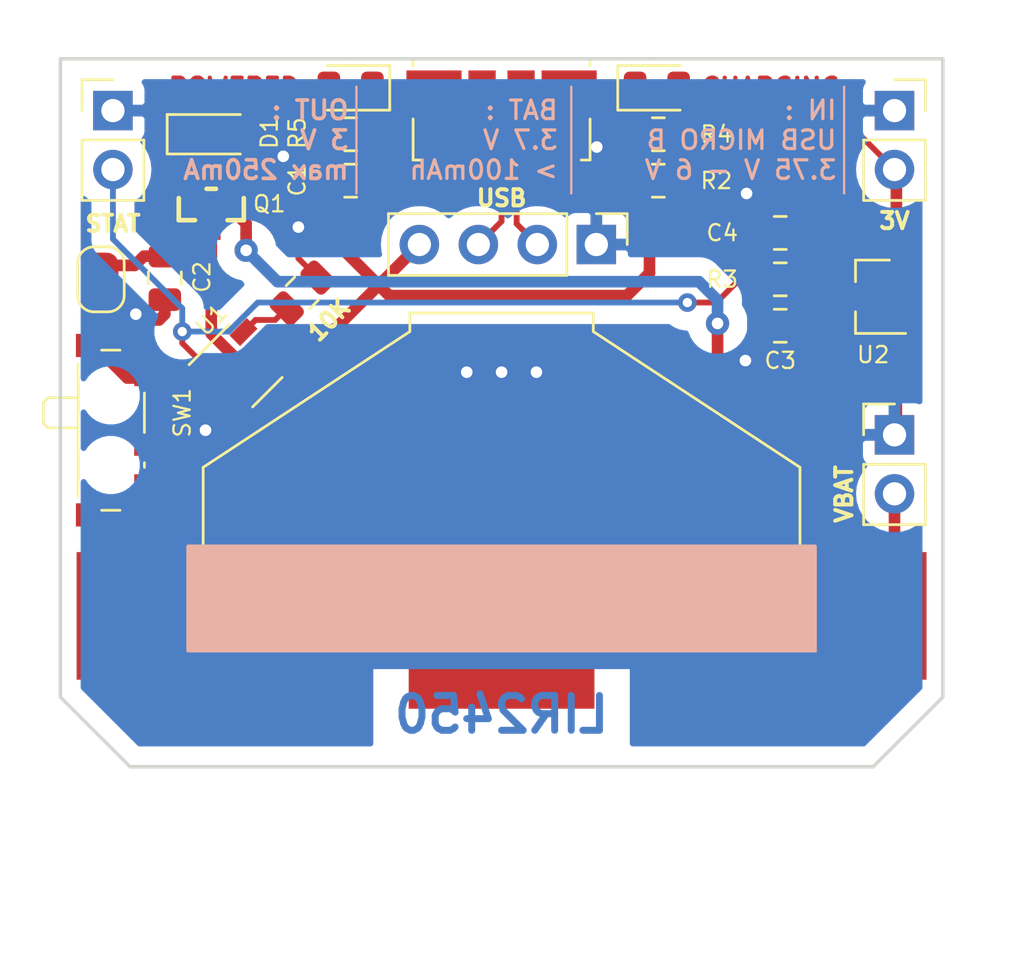
<source format=kicad_pcb>
(kicad_pcb (version 20171130) (host pcbnew 5.0.2-bee76a0~70~ubuntu18.04.1)

  (general
    (thickness 1.6)
    (drawings 27)
    (tracks 168)
    (zones 0)
    (modules 23)
    (nets 14)
  )

  (page A4)
  (layers
    (0 F.Cu signal)
    (31 B.Cu signal)
    (32 B.Adhes user)
    (33 F.Adhes user)
    (34 B.Paste user)
    (35 F.Paste user)
    (36 B.SilkS user)
    (37 F.SilkS user)
    (38 B.Mask user)
    (39 F.Mask user)
    (40 Dwgs.User user)
    (41 Cmts.User user)
    (42 Eco1.User user)
    (43 Eco2.User user)
    (44 Edge.Cuts user)
    (45 Margin user)
    (46 B.CrtYd user)
    (47 F.CrtYd user)
    (48 B.Fab user)
    (49 F.Fab user)
  )

  (setup
    (last_trace_width 0.25)
    (trace_clearance 0.15)
    (zone_clearance 0.8)
    (zone_45_only no)
    (trace_min 0.2)
    (segment_width 0.05)
    (edge_width 0.15)
    (via_size 0.8)
    (via_drill 0.4)
    (via_min_size 0.4)
    (via_min_drill 0.3)
    (uvia_size 0.3)
    (uvia_drill 0.1)
    (uvias_allowed no)
    (uvia_min_size 0.2)
    (uvia_min_drill 0.1)
    (pcb_text_width 0.3)
    (pcb_text_size 1.5 1.5)
    (mod_edge_width 0.15)
    (mod_text_size 1 1)
    (mod_text_width 0.15)
    (pad_size 1.7 1.7)
    (pad_drill 1)
    (pad_to_mask_clearance 0.051)
    (solder_mask_min_width 0.25)
    (aux_axis_origin 0 0)
    (visible_elements FFFFFF7F)
    (pcbplotparams
      (layerselection 0x010fc_ffffffff)
      (usegerberextensions true)
      (usegerberattributes false)
      (usegerberadvancedattributes false)
      (creategerberjobfile false)
      (excludeedgelayer true)
      (linewidth 0.100000)
      (plotframeref false)
      (viasonmask false)
      (mode 1)
      (useauxorigin false)
      (hpglpennumber 1)
      (hpglpenspeed 20)
      (hpglpendiameter 15.000000)
      (psnegative false)
      (psa4output false)
      (plotreference true)
      (plotvalue true)
      (plotinvisibletext false)
      (padsonsilk false)
      (subtractmaskfromsilk true)
      (outputformat 1)
      (mirror false)
      (drillshape 0)
      (scaleselection 1)
      (outputdirectory "gerbers/charger/"))
  )

  (net 0 "")
  (net 1 GND)
  (net 2 "Net-(C2-Pad1)")
  (net 3 "Net-(R1-Pad1)")
  (net 4 /V_USB)
  (net 5 "/Power Management/V_UNREG")
  (net 6 /V_OUT)
  (net 7 "Net-(D2-Pad1)")
  (net 8 "Net-(D3-Pad1)")
  (net 9 "Net-(J1-Pad2)")
  (net 10 "Net-(J1-Pad3)")
  (net 11 /V_LIPO)
  (net 12 /STAT)
  (net 13 "/Power Management/LIPO_IN")

  (net_class Default "This is the default net class."
    (clearance 0.15)
    (trace_width 0.25)
    (via_dia 0.8)
    (via_drill 0.4)
    (uvia_dia 0.3)
    (uvia_drill 0.1)
    (add_net /STAT)
    (add_net "Net-(D2-Pad1)")
    (add_net "Net-(D3-Pad1)")
    (add_net "Net-(J1-Pad2)")
    (add_net "Net-(J1-Pad3)")
    (add_net "Net-(R1-Pad1)")
  )

  (net_class POWER ""
    (clearance 0.25)
    (trace_width 0.5)
    (via_dia 1)
    (via_drill 0.5)
    (uvia_dia 0.3)
    (uvia_drill 0.1)
    (add_net "/Power Management/LIPO_IN")
    (add_net "/Power Management/V_UNREG")
    (add_net /V_LIPO)
    (add_net /V_OUT)
    (add_net /V_USB)
    (add_net GND)
    (add_net "Net-(C2-Pad1)")
  )

  (module freetronics_footprints:SOT23_FET (layer F.Cu) (tedit 5C79224F) (tstamp 5C786A78)
    (at 92.5 66.25 180)
    (path /5C77BEB6/5C780E43)
    (attr smd)
    (fp_text reference Q1 (at -2.5 0 180) (layer F.SilkS)
      (effects (font (size 0.7 0.7) (thickness 0.1)))
    )
    (fp_text value DMP1045U (at 0 2.1 180) (layer Eco1.User) hide
      (effects (font (size 0.5 0.5) (thickness 0.1)))
    )
    (fp_line (start -1.39954 -0.70104) (end -1.39954 0.24892) (layer F.SilkS) (width 0.20066))
    (fp_line (start -1.39954 -0.70104) (end -0.70104 -0.70104) (layer F.SilkS) (width 0.20066))
    (fp_line (start 1.39954 -0.70104) (end 0.70104 -0.70104) (layer F.SilkS) (width 0.20066))
    (fp_line (start 1.39954 -0.70104) (end 1.39954 0.24892) (layer F.SilkS) (width 0.20066))
    (fp_line (start -0.20066 0.65024) (end 0.20066 0.65024) (layer F.SilkS) (width 0.20066))
    (pad 3 smd rect (at 0.94996 1.00076 180) (size 0.8001 0.89916) (layers F.Cu F.Paste F.Mask)
      (net 5 "/Power Management/V_UNREG"))
    (pad 2 smd rect (at -0.94996 1.00076 180) (size 0.8001 0.89916) (layers F.Cu F.Paste F.Mask)
      (net 4 /V_USB))
    (pad 1 smd rect (at 0 -1.09982 180) (size 0.8001 0.89916) (layers F.Cu F.Paste F.Mask)
      (net 2 "Net-(C2-Pad1)"))
  )

  (module Battery:BatteryHolder_Keystone_3008_1x2450 (layer F.Cu) (tedit 5C7863C5) (tstamp 5C782A36)
    (at 105 84)
    (descr http://www.keyelco.com/product-pdf.cfm?p=786)
    (tags "Keystone type 3008 coin cell retainer")
    (path /5C780F6E)
    (attr smd)
    (fp_text reference BT1 (at 0 -11.3) (layer F.SilkS) hide
      (effects (font (size 0.7 0.7) (thickness 0.1)))
    )
    (fp_text value Battery (at 0 14) (layer F.Fab)
      (effects (font (size 0.7 0.7) (thickness 0.1)))
    )
    (fp_line (start -3.8 -12.9) (end 3.8 -12.9) (layer F.Fab) (width 0.1))
    (fp_line (start 3.8 -12.9) (end 3.8 -12.2) (layer F.Fab) (width 0.1))
    (fp_line (start -3.8 -12.9) (end -3.8 -12.2) (layer F.Fab) (width 0.1))
    (fp_line (start -12.7 -6.35) (end -12.7 7.3) (layer F.Fab) (width 0.1))
    (fp_line (start -3.8 -12.2) (end -12.7 -6.35) (layer F.Fab) (width 0.1))
    (fp_line (start 12.7 -6.35) (end 12.7 7.3) (layer F.Fab) (width 0.1))
    (fp_line (start 3.8 -12.2) (end 12.7 -6.35) (layer F.Fab) (width 0.1))
    (fp_line (start -12.85 -6.4) (end -12.85 -3.1) (layer F.SilkS) (width 0.12))
    (fp_line (start -3.95 -12.25) (end -12.85 -6.4) (layer F.SilkS) (width 0.12))
    (fp_line (start -3.95 -13.05) (end -3.95 -12.25) (layer F.SilkS) (width 0.12))
    (fp_line (start -3.95 -13.05) (end 3.95 -13.05) (layer F.SilkS) (width 0.12))
    (fp_line (start 3.95 -13.05) (end 3.95 -12.25) (layer F.SilkS) (width 0.12))
    (fp_line (start 3.95 -12.25) (end 12.85 -6.4) (layer F.SilkS) (width 0.12))
    (fp_line (start 12.85 -6.4) (end 12.85 -3.1) (layer F.SilkS) (width 0.12))
    (fp_line (start -13.35 -6.7) (end -13.35 -3.25) (layer F.CrtYd) (width 0.05))
    (fp_line (start -13.35 -3.25) (end -18.8 -3.25) (layer F.CrtYd) (width 0.05))
    (fp_line (start -13.35 3.25) (end -13.35 7.3) (layer F.CrtYd) (width 0.05))
    (fp_line (start -18.8 3.25) (end -13.35 3.25) (layer F.CrtYd) (width 0.05))
    (fp_line (start -18.8 -3.25) (end -18.8 3.25) (layer F.CrtYd) (width 0.05))
    (fp_line (start -4.45 -12.55) (end -13.35 -6.7) (layer F.CrtYd) (width 0.05))
    (fp_line (start 13.35 -3.25) (end 18.8 -3.25) (layer F.CrtYd) (width 0.05))
    (fp_line (start 18.8 -3.25) (end 18.8 3.25) (layer F.CrtYd) (width 0.05))
    (fp_line (start 18.8 3.25) (end 13.35 3.25) (layer F.CrtYd) (width 0.05))
    (fp_line (start 13.35 -6.7) (end 13.35 -3.25) (layer F.CrtYd) (width 0.05))
    (fp_line (start 4.45 -12.55) (end 13.35 -6.7) (layer F.CrtYd) (width 0.05))
    (fp_line (start -4.45 -13.55) (end -4.45 -12.55) (layer F.CrtYd) (width 0.05))
    (fp_line (start -4.45 -13.55) (end 4.45 -13.55) (layer F.CrtYd) (width 0.05))
    (fp_line (start 4.45 -13.55) (end 4.45 -12.55) (layer F.CrtYd) (width 0.05))
    (fp_circle (center 0 0) (end 12.25 0) (layer Dwgs.User) (width 0.15))
    (fp_arc (start -10.15 7.25) (end -10.15 9.8) (angle 90) (layer F.Fab) (width 0.1))
    (fp_arc (start 10.15 7.25) (end 10.15 9.8) (angle -90) (layer F.Fab) (width 0.1))
    (fp_line (start 13.35 3.25) (end 13.35 7.3) (layer F.CrtYd) (width 0.05))
    (fp_line (start -12.85 3.1) (end -12.85 7.3) (layer F.Fab) (width 0.12))
    (fp_line (start 12.85 3.1) (end 12.85 7.3) (layer F.Fab) (width 0.12))
    (fp_arc (start 10.15 7.25) (end 10.15 9.95) (angle -90) (layer F.CrtYd) (width 0.12))
    (fp_arc (start -10.15 7.25) (end -10.15 9.95) (angle 90) (layer F.Fab) (width 0.12))
    (fp_arc (start 0 21) (end -9.6 9.58) (angle 80) (layer F.Fab) (width 0.1))
    (fp_arc (start -10.15 9) (end -10.15 9.8) (angle -45) (layer F.Fab) (width 0.1))
    (fp_arc (start 10.15 9) (end 10.15 9.8) (angle 45) (layer F.Fab) (width 0.1))
    (fp_arc (start -10.15 9) (end -10.15 9.95) (angle -45) (layer F.Fab) (width 0.12))
    (fp_arc (start 10.15 9) (end 10.15 9.95) (angle 45) (layer F.Fab) (width 0.12))
    (fp_arc (start 0 21) (end -9.55 9.73) (angle 80) (layer F.Fab) (width 0.12))
    (fp_arc (start -10.15 7.25) (end -10.15 10.45) (angle 90) (layer F.CrtYd) (width 0.05))
    (fp_arc (start 10.15 7.25) (end 10.15 10.45) (angle -90) (layer F.CrtYd) (width 0.05))
    (fp_arc (start -10.15 9) (end -10.15 10.45) (angle -45) (layer F.CrtYd) (width 0.05))
    (fp_arc (start 10.15 9) (end 10.15 10.45) (angle 45) (layer F.CrtYd) (width 0.05))
    (fp_arc (start 0 21) (end -9.15 10.05) (angle 3.2) (layer F.CrtYd) (width 0.05))
    (fp_arc (start 0 0) (end 0 12.8) (angle 41.7) (layer F.CrtYd) (width 0.05))
    (fp_arc (start 0 21) (end 9.15 10.05) (angle -3.2) (layer F.CrtYd) (width 0.05))
    (fp_arc (start 0 0) (end 0 12.8) (angle -41.7) (layer F.CrtYd) (width 0.05))
    (fp_text user %R (at 0 0) (layer F.Fab)
      (effects (font (size 0.7 0.7) (thickness 0.1)))
    )
    (pad 2 smd rect (at 0 0) (size 8 8) (layers F.Cu F.Mask)
      (net 1 GND))
    (pad 1 smd rect (at 15.3 0) (size 6 5.5) (layers F.Cu F.Paste F.Mask)
      (net 11 /V_LIPO))
    (pad 1 smd rect (at -15.3 0) (size 6 5.5) (layers F.Cu F.Paste F.Mask)
      (net 11 /V_LIPO))
    (model ${KISYS3DMOD}/Battery.3dshapes/BatteryHolder_Keystone_3008_1x2450.wrl
      (at (xyz 0 0 0))
      (scale (xyz 1 1 1))
      (rotate (xyz 0 0 0))
    )
  )

  (module Capacitor_SMD:C_0805_2012Metric (layer F.Cu) (tedit 5B36C52B) (tstamp 5C7877D2)
    (at 98.5 65.25)
    (descr "Capacitor SMD 0805 (2012 Metric), square (rectangular) end terminal, IPC_7351 nominal, (Body size source: https://docs.google.com/spreadsheets/d/1BsfQQcO9C6DZCsRaXUlFlo91Tg2WpOkGARC1WS5S8t0/edit?usp=sharing), generated with kicad-footprint-generator")
    (tags capacitor)
    (path /5C77BEB6/5C789464)
    (attr smd)
    (fp_text reference C1 (at -2.3 0 90) (layer F.SilkS)
      (effects (font (size 0.7 0.7) (thickness 0.1)))
    )
    (fp_text value 4.7µF (at 0 1.65) (layer F.Fab)
      (effects (font (size 0.7 0.7) (thickness 0.1)))
    )
    (fp_line (start -1 0.6) (end -1 -0.6) (layer F.Fab) (width 0.1))
    (fp_line (start -1 -0.6) (end 1 -0.6) (layer F.Fab) (width 0.1))
    (fp_line (start 1 -0.6) (end 1 0.6) (layer F.Fab) (width 0.1))
    (fp_line (start 1 0.6) (end -1 0.6) (layer F.Fab) (width 0.1))
    (fp_line (start -0.258578 -0.71) (end 0.258578 -0.71) (layer F.SilkS) (width 0.12))
    (fp_line (start -0.258578 0.71) (end 0.258578 0.71) (layer F.SilkS) (width 0.12))
    (fp_line (start -1.68 0.95) (end -1.68 -0.95) (layer F.CrtYd) (width 0.05))
    (fp_line (start -1.68 -0.95) (end 1.68 -0.95) (layer F.CrtYd) (width 0.05))
    (fp_line (start 1.68 -0.95) (end 1.68 0.95) (layer F.CrtYd) (width 0.05))
    (fp_line (start 1.68 0.95) (end -1.68 0.95) (layer F.CrtYd) (width 0.05))
    (fp_text user %R (at 0.044999 0) (layer F.Fab)
      (effects (font (size 0.5 0.5) (thickness 0.08)))
    )
    (pad 1 smd roundrect (at -0.9375 0) (size 0.975 1.4) (layers F.Cu F.Paste F.Mask) (roundrect_rratio 0.25)
      (net 4 /V_USB))
    (pad 2 smd roundrect (at 0.9375 0) (size 0.975 1.4) (layers F.Cu F.Paste F.Mask) (roundrect_rratio 0.25)
      (net 1 GND))
    (model ${KISYS3DMOD}/Capacitor_SMD.3dshapes/C_0805_2012Metric.wrl
      (at (xyz 0 0 0))
      (scale (xyz 1 1 1))
      (rotate (xyz 0 0 0))
    )
  )

  (module Capacitor_SMD:C_0805_2012Metric (layer F.Cu) (tedit 5B36C52B) (tstamp 5C79254C)
    (at 90.5 69.437501 270)
    (descr "Capacitor SMD 0805 (2012 Metric), square (rectangular) end terminal, IPC_7351 nominal, (Body size source: https://docs.google.com/spreadsheets/d/1BsfQQcO9C6DZCsRaXUlFlo91Tg2WpOkGARC1WS5S8t0/edit?usp=sharing), generated with kicad-footprint-generator")
    (tags capacitor)
    (path /5C77BEB6/5C78652D)
    (attr smd)
    (fp_text reference C2 (at -0.037501 -1.6 270) (layer F.SilkS)
      (effects (font (size 0.7 0.7) (thickness 0.1)))
    )
    (fp_text value 4.7µF (at 0 1.65 270) (layer F.Fab)
      (effects (font (size 0.7 0.7) (thickness 0.1)))
    )
    (fp_text user %R (at 0 0 270) (layer F.Fab)
      (effects (font (size 0.5 0.5) (thickness 0.08)))
    )
    (fp_line (start 1.68 0.95) (end -1.68 0.95) (layer F.CrtYd) (width 0.05))
    (fp_line (start 1.68 -0.95) (end 1.68 0.95) (layer F.CrtYd) (width 0.05))
    (fp_line (start -1.68 -0.95) (end 1.68 -0.95) (layer F.CrtYd) (width 0.05))
    (fp_line (start -1.68 0.95) (end -1.68 -0.95) (layer F.CrtYd) (width 0.05))
    (fp_line (start -0.258578 0.71) (end 0.258578 0.71) (layer F.SilkS) (width 0.12))
    (fp_line (start -0.258578 -0.71) (end 0.258578 -0.71) (layer F.SilkS) (width 0.12))
    (fp_line (start 1 0.6) (end -1 0.6) (layer F.Fab) (width 0.1))
    (fp_line (start 1 -0.6) (end 1 0.6) (layer F.Fab) (width 0.1))
    (fp_line (start -1 -0.6) (end 1 -0.6) (layer F.Fab) (width 0.1))
    (fp_line (start -1 0.6) (end -1 -0.6) (layer F.Fab) (width 0.1))
    (pad 2 smd roundrect (at 0.9375 0 270) (size 0.975 1.4) (layers F.Cu F.Paste F.Mask) (roundrect_rratio 0.25)
      (net 1 GND))
    (pad 1 smd roundrect (at -0.9375 0 270) (size 0.975 1.4) (layers F.Cu F.Paste F.Mask) (roundrect_rratio 0.25)
      (net 2 "Net-(C2-Pad1)"))
    (model ${KISYS3DMOD}/Capacitor_SMD.3dshapes/C_0805_2012Metric.wrl
      (at (xyz 0 0 0))
      (scale (xyz 1 1 1))
      (rotate (xyz 0 0 0))
    )
  )

  (module Capacitor_SMD:C_0805_2012Metric (layer F.Cu) (tedit 5B36C52B) (tstamp 5C788365)
    (at 117 71.5 180)
    (descr "Capacitor SMD 0805 (2012 Metric), square (rectangular) end terminal, IPC_7351 nominal, (Body size source: https://docs.google.com/spreadsheets/d/1BsfQQcO9C6DZCsRaXUlFlo91Tg2WpOkGARC1WS5S8t0/edit?usp=sharing), generated with kicad-footprint-generator")
    (tags capacitor)
    (path /5C77BEB6/5C783122)
    (attr smd)
    (fp_text reference C3 (at 0 -1.5 180) (layer F.SilkS)
      (effects (font (size 0.7 0.7) (thickness 0.1)))
    )
    (fp_text value 4.7µF (at 0 1.65 180) (layer F.Fab)
      (effects (font (size 0.7 0.7) (thickness 0.1)))
    )
    (fp_line (start -1 0.6) (end -1 -0.6) (layer F.Fab) (width 0.1))
    (fp_line (start -1 -0.6) (end 1 -0.6) (layer F.Fab) (width 0.1))
    (fp_line (start 1 -0.6) (end 1 0.6) (layer F.Fab) (width 0.1))
    (fp_line (start 1 0.6) (end -1 0.6) (layer F.Fab) (width 0.1))
    (fp_line (start -0.258578 -0.71) (end 0.258578 -0.71) (layer F.SilkS) (width 0.12))
    (fp_line (start -0.258578 0.71) (end 0.258578 0.71) (layer F.SilkS) (width 0.12))
    (fp_line (start -1.68 0.95) (end -1.68 -0.95) (layer F.CrtYd) (width 0.05))
    (fp_line (start -1.68 -0.95) (end 1.68 -0.95) (layer F.CrtYd) (width 0.05))
    (fp_line (start 1.68 -0.95) (end 1.68 0.95) (layer F.CrtYd) (width 0.05))
    (fp_line (start 1.68 0.95) (end -1.68 0.95) (layer F.CrtYd) (width 0.05))
    (fp_text user %R (at 0 0 180) (layer F.Fab)
      (effects (font (size 0.5 0.5) (thickness 0.08)))
    )
    (pad 1 smd roundrect (at -0.9375 0 180) (size 0.975 1.4) (layers F.Cu F.Paste F.Mask) (roundrect_rratio 0.25)
      (net 5 "/Power Management/V_UNREG"))
    (pad 2 smd roundrect (at 0.9375 0 180) (size 0.975 1.4) (layers F.Cu F.Paste F.Mask) (roundrect_rratio 0.25)
      (net 1 GND))
    (model ${KISYS3DMOD}/Capacitor_SMD.3dshapes/C_0805_2012Metric.wrl
      (at (xyz 0 0 0))
      (scale (xyz 1 1 1))
      (rotate (xyz 0 0 0))
    )
  )

  (module Capacitor_SMD:C_0805_2012Metric (layer F.Cu) (tedit 5B36C52B) (tstamp 5C786875)
    (at 117 67.5 180)
    (descr "Capacitor SMD 0805 (2012 Metric), square (rectangular) end terminal, IPC_7351 nominal, (Body size source: https://docs.google.com/spreadsheets/d/1BsfQQcO9C6DZCsRaXUlFlo91Tg2WpOkGARC1WS5S8t0/edit?usp=sharing), generated with kicad-footprint-generator")
    (tags capacitor)
    (path /5C77BEB6/5C78D291)
    (attr smd)
    (fp_text reference C4 (at 2.5 0 180) (layer F.SilkS)
      (effects (font (size 0.7 0.7) (thickness 0.1)))
    )
    (fp_text value 1µF (at 0 1.65 180) (layer F.Fab)
      (effects (font (size 0.7 0.7) (thickness 0.1)))
    )
    (fp_text user %R (at 0 0 180) (layer F.Fab)
      (effects (font (size 0.5 0.5) (thickness 0.08)))
    )
    (fp_line (start 1.68 0.95) (end -1.68 0.95) (layer F.CrtYd) (width 0.05))
    (fp_line (start 1.68 -0.95) (end 1.68 0.95) (layer F.CrtYd) (width 0.05))
    (fp_line (start -1.68 -0.95) (end 1.68 -0.95) (layer F.CrtYd) (width 0.05))
    (fp_line (start -1.68 0.95) (end -1.68 -0.95) (layer F.CrtYd) (width 0.05))
    (fp_line (start -0.258578 0.71) (end 0.258578 0.71) (layer F.SilkS) (width 0.12))
    (fp_line (start -0.258578 -0.71) (end 0.258578 -0.71) (layer F.SilkS) (width 0.12))
    (fp_line (start 1 0.6) (end -1 0.6) (layer F.Fab) (width 0.1))
    (fp_line (start 1 -0.6) (end 1 0.6) (layer F.Fab) (width 0.1))
    (fp_line (start -1 -0.6) (end 1 -0.6) (layer F.Fab) (width 0.1))
    (fp_line (start -1 0.6) (end -1 -0.6) (layer F.Fab) (width 0.1))
    (pad 2 smd roundrect (at 0.9375 0 180) (size 0.975 1.4) (layers F.Cu F.Paste F.Mask) (roundrect_rratio 0.25)
      (net 1 GND))
    (pad 1 smd roundrect (at -0.9375 0 180) (size 0.975 1.4) (layers F.Cu F.Paste F.Mask) (roundrect_rratio 0.25)
      (net 6 /V_OUT))
    (model ${KISYS3DMOD}/Capacitor_SMD.3dshapes/C_0805_2012Metric.wrl
      (at (xyz 0 0 0))
      (scale (xyz 1 1 1))
      (rotate (xyz 0 0 0))
    )
  )

  (module Diode_SMD:D_SOD-323_HandSoldering (layer F.Cu) (tedit 58641869) (tstamp 5C7934CB)
    (at 92.5 63.25)
    (descr SOD-323)
    (tags SOD-323)
    (path /5C77BEB6/5C782AEF)
    (attr smd)
    (fp_text reference D1 (at 2.5 -0.05 90) (layer F.SilkS)
      (effects (font (size 0.7 0.7) (thickness 0.1)))
    )
    (fp_text value BAT60JFILM (at 0.1 1.9) (layer F.Fab)
      (effects (font (size 0.7 0.7) (thickness 0.1)))
    )
    (fp_text user %R (at 0 -1.5) (layer F.Fab)
      (effects (font (size 0.7 0.7) (thickness 0.1)))
    )
    (fp_line (start -1.9 -0.85) (end -1.9 0.85) (layer F.SilkS) (width 0.12))
    (fp_line (start 0.2 0) (end 0.45 0) (layer F.Fab) (width 0.1))
    (fp_line (start 0.2 0.35) (end -0.3 0) (layer F.Fab) (width 0.1))
    (fp_line (start 0.2 -0.35) (end 0.2 0.35) (layer F.Fab) (width 0.1))
    (fp_line (start -0.3 0) (end 0.2 -0.35) (layer F.Fab) (width 0.1))
    (fp_line (start -0.3 0) (end -0.5 0) (layer F.Fab) (width 0.1))
    (fp_line (start -0.3 -0.35) (end -0.3 0.35) (layer F.Fab) (width 0.1))
    (fp_line (start -0.9 0.7) (end -0.9 -0.7) (layer F.Fab) (width 0.1))
    (fp_line (start 0.9 0.7) (end -0.9 0.7) (layer F.Fab) (width 0.1))
    (fp_line (start 0.9 -0.7) (end 0.9 0.7) (layer F.Fab) (width 0.1))
    (fp_line (start -0.9 -0.7) (end 0.9 -0.7) (layer F.Fab) (width 0.1))
    (fp_line (start -2 -0.95) (end 2 -0.95) (layer F.CrtYd) (width 0.05))
    (fp_line (start 2 -0.95) (end 2 0.95) (layer F.CrtYd) (width 0.05))
    (fp_line (start -2 0.95) (end 2 0.95) (layer F.CrtYd) (width 0.05))
    (fp_line (start -2 -0.95) (end -2 0.95) (layer F.CrtYd) (width 0.05))
    (fp_line (start -1.9 0.85) (end 1.25 0.85) (layer F.SilkS) (width 0.12))
    (fp_line (start -1.9 -0.85) (end 1.25 -0.85) (layer F.SilkS) (width 0.12))
    (pad 1 smd rect (at -1.25 0) (size 1 1) (layers F.Cu F.Paste F.Mask)
      (net 5 "/Power Management/V_UNREG"))
    (pad 2 smd rect (at 1.25 0) (size 1 1) (layers F.Cu F.Paste F.Mask)
      (net 4 /V_USB))
    (model ${KISYS3DMOD}/Diode_SMD.3dshapes/D_SOD-323.wrl
      (at (xyz 0 0 0))
      (scale (xyz 1 1 1))
      (rotate (xyz 0 0 0))
    )
  )

  (module Connector_USB:USB_Micro-B_Molex_47346-0001 (layer F.Cu) (tedit 5C791157) (tstamp 5C791005)
    (at 105 62.65 180)
    (descr "Micro USB B receptable with flange, bottom-mount, SMD, right-angle (http://www.molex.com/pdm_docs/sd/473460001_sd.pdf)")
    (tags "Micro B USB SMD")
    (path /5C77CF74)
    (attr smd)
    (fp_text reference J1 (at 0 -0.25) (layer F.SilkS) hide
      (effects (font (size 0.7 0.7) (thickness 0.15)))
    )
    (fp_text value USB_B_Micro (at 0 4.6) (layer F.Fab)
      (effects (font (size 0.7 0.7) (thickness 0.1)))
    )
    (fp_text user "PCB Edge" (at 0 2.67) (layer Dwgs.User)
      (effects (font (size 0.4 0.4) (thickness 0.04)))
    )
    (fp_text user %R (at 0 1.2 180) (layer F.Fab)
      (effects (font (size 0.7 0.7) (thickness 0.1)))
    )
    (fp_line (start 3.81 -1.71) (end 3.43 -1.71) (layer F.SilkS) (width 0.12))
    (fp_line (start 4.6 3.9) (end -4.6 3.9) (layer F.CrtYd) (width 0.05))
    (fp_line (start 4.6 -2.7) (end 4.6 3.9) (layer F.CrtYd) (width 0.05))
    (fp_line (start -4.6 -2.7) (end 4.6 -2.7) (layer F.CrtYd) (width 0.05))
    (fp_line (start -4.6 3.9) (end -4.6 -2.7) (layer F.CrtYd) (width 0.05))
    (fp_line (start 3.75 3.35) (end -3.75 3.35) (layer F.Fab) (width 0.1))
    (fp_line (start 3.75 -1.65) (end 3.75 3.35) (layer F.Fab) (width 0.1))
    (fp_line (start -3.75 -1.65) (end 3.75 -1.65) (layer F.Fab) (width 0.1))
    (fp_line (start -3.75 3.35) (end -3.75 -1.65) (layer F.Fab) (width 0.1))
    (fp_line (start 3.81 2.34) (end 3.81 2.6) (layer F.SilkS) (width 0.12))
    (fp_line (start 3.81 -1.71) (end 3.81 0.06) (layer F.SilkS) (width 0.12))
    (fp_line (start -3.81 -1.71) (end -3.43 -1.71) (layer F.SilkS) (width 0.12))
    (fp_line (start -3.81 0.06) (end -3.81 -1.71) (layer F.SilkS) (width 0.12))
    (fp_line (start -3.81 2.6) (end -3.81 2.34) (layer F.SilkS) (width 0.12))
    (fp_line (start -3.25 2.65) (end 3.25 2.65) (layer F.Fab) (width 0.1))
    (pad 1 smd rect (at -1.3 -1.46 180) (size 0.45 1.38) (layers F.Cu F.Paste F.Mask)
      (net 4 /V_USB))
    (pad 2 smd rect (at -0.65 -1.46 180) (size 0.45 1.38) (layers F.Cu F.Paste F.Mask)
      (net 9 "Net-(J1-Pad2)"))
    (pad 3 smd rect (at 0 -1.46 180) (size 0.45 1.38) (layers F.Cu F.Paste F.Mask)
      (net 10 "Net-(J1-Pad3)"))
    (pad 4 smd rect (at 0.65 -1.46 180) (size 0.45 1.38) (layers F.Cu F.Paste F.Mask))
    (pad 5 smd rect (at 1.3 -1.46 180) (size 0.45 1.38) (layers F.Cu F.Paste F.Mask)
      (net 1 GND))
    (pad 6 smd rect (at -2.4625 -1.1 180) (size 1.475 2.1) (layers F.Cu F.Paste F.Mask)
      (net 1 GND))
    (pad 6 smd rect (at 2.4625 -1.1 180) (size 1.475 2.1) (layers F.Cu F.Paste F.Mask)
      (net 1 GND))
    (pad 6 smd rect (at -2.91 1.2 180) (size 2.375 1.9) (layers F.Cu F.Paste F.Mask)
      (net 1 GND))
    (pad 6 smd rect (at 2.91 1.2 180) (size 2.375 1.9) (layers F.Cu F.Paste F.Mask)
      (net 1 GND))
    (pad 6 smd rect (at -0.84 1.2 180) (size 1.175 1.9) (layers F.Cu F.Paste F.Mask)
      (net 1 GND))
    (pad 6 smd rect (at 0.84 1.2 180) (size 1.175 1.9) (layers F.Cu F.Paste F.Mask)
      (net 1 GND))
    (model ${KISYS3DMOD}/Connector_USB.3dshapes/USB_Micro-B_Molex_47346-0001.wrl
      (at (xyz 0 0 0))
      (scale (xyz 1 1 1))
      (rotate (xyz 0 0 0))
    )
  )

  (module Jumper:SolderJumper-2_P1.3mm_Bridged_RoundedPad1.0x1.5mm (layer F.Cu) (tedit 5C785F13) (tstamp 5C792AD3)
    (at 87.75 69.5 90)
    (descr "SMD Solder Jumper, 1x1.5mm, rounded Pads, 0.3mm gap, bridged with 1 copper strip")
    (tags "solder jumper open")
    (path /5C77BEB6/5C7863F7)
    (attr virtual)
    (fp_text reference JP1 (at 0 2 90) (layer F.SilkS) hide
      (effects (font (size 0.7 0.7) (thickness 0.1)))
    )
    (fp_text value "Current test point" (at 0 1.9 90) (layer F.SilkS) hide
      (effects (font (size 0.7 0.7) (thickness 0.17)))
    )
    (fp_arc (start 0.7 -0.3) (end 1.4 -0.3) (angle -90) (layer F.SilkS) (width 0.12))
    (fp_arc (start 0.7 0.3) (end 0.7 1) (angle -90) (layer F.SilkS) (width 0.12))
    (fp_arc (start -0.7 0.3) (end -1.4 0.3) (angle -90) (layer F.SilkS) (width 0.12))
    (fp_arc (start -0.7 -0.3) (end -0.7 -1) (angle -90) (layer F.SilkS) (width 0.12))
    (fp_line (start -1.4 0.3) (end -1.4 -0.3) (layer F.SilkS) (width 0.12))
    (fp_line (start 0.7 1) (end -0.7 1) (layer F.SilkS) (width 0.12))
    (fp_line (start 1.4 -0.3) (end 1.4 0.3) (layer F.SilkS) (width 0.12))
    (fp_line (start -0.7 -1) (end 0.7 -1) (layer F.SilkS) (width 0.12))
    (fp_line (start -1.65 -1.25) (end 1.65 -1.25) (layer F.CrtYd) (width 0.05))
    (fp_line (start -1.65 -1.25) (end -1.65 1.25) (layer F.CrtYd) (width 0.05))
    (fp_line (start 1.65 1.25) (end 1.65 -1.25) (layer F.CrtYd) (width 0.05))
    (fp_line (start 1.65 1.25) (end -1.65 1.25) (layer F.CrtYd) (width 0.05))
    (pad 1 smd custom (at -0.65 0 90) (size 1 0.5) (layers F.Cu F.Mask)
      (net 13 "/Power Management/LIPO_IN") (zone_connect 0)
      (options (clearance outline) (anchor rect))
      (primitives
        (gr_circle (center 0 0.25) (end 0.5 0.25) (width 0))
        (gr_circle (center 0 -0.25) (end 0.5 -0.25) (width 0))
        (gr_poly (pts
           (xy 0 -0.75) (xy 0.5 -0.75) (xy 0.5 0.75) (xy 0 0.75)) (width 0))
        (gr_poly (pts
           (xy 0.9 -0.3) (xy 0.4 -0.3) (xy 0.4 0.3) (xy 0.9 0.3)) (width 0))
      ))
    (pad 2 smd custom (at 0.65 0 90) (size 1 0.5) (layers F.Cu F.Mask)
      (net 2 "Net-(C2-Pad1)") (zone_connect 0)
      (options (clearance outline) (anchor rect))
      (primitives
        (gr_circle (center 0 0.25) (end 0.5 0.25) (width 0))
        (gr_circle (center 0 -0.25) (end 0.5 -0.25) (width 0))
        (gr_poly (pts
           (xy 0 -0.75) (xy -0.5 -0.75) (xy -0.5 0.75) (xy 0 0.75)) (width 0))
      ))
  )

  (module Resistor_SMD:R_0805_2012Metric (layer F.Cu) (tedit 5C786352) (tstamp 5C7875DA)
    (at 96.412913 70.087087 45)
    (descr "Resistor SMD 0805 (2012 Metric), square (rectangular) end terminal, IPC_7351 nominal, (Body size source: https://docs.google.com/spreadsheets/d/1BsfQQcO9C6DZCsRaXUlFlo91Tg2WpOkGARC1WS5S8t0/edit?usp=sharing), generated with kicad-footprint-generator")
    (tags resistor)
    (path /5C77BEB6/5C77D1AC)
    (attr smd)
    (fp_text reference R1 (at 0.12316 1.414214 45) (layer F.SilkS) hide
      (effects (font (size 0.7 0.7) (thickness 0.1)))
    )
    (fp_text value 10K (at 0 1.65 45) (layer F.SilkS)
      (effects (font (size 0.7 0.7) (thickness 0.17)))
    )
    (fp_line (start -1 0.6) (end -1 -0.6) (layer F.Fab) (width 0.1))
    (fp_line (start -1 -0.6) (end 1 -0.6) (layer F.Fab) (width 0.1))
    (fp_line (start 1 -0.6) (end 1 0.6) (layer F.Fab) (width 0.1))
    (fp_line (start 1 0.6) (end -1 0.6) (layer F.Fab) (width 0.1))
    (fp_line (start -0.258578 -0.71) (end 0.258578 -0.71) (layer F.SilkS) (width 0.12))
    (fp_line (start -0.258578 0.71) (end 0.258578 0.71) (layer F.SilkS) (width 0.12))
    (fp_line (start -1.68 0.95) (end -1.68 -0.95) (layer F.CrtYd) (width 0.05))
    (fp_line (start -1.68 -0.95) (end 1.68 -0.95) (layer F.CrtYd) (width 0.05))
    (fp_line (start 1.68 -0.95) (end 1.68 0.95) (layer F.CrtYd) (width 0.05))
    (fp_line (start 1.68 0.95) (end -1.68 0.95) (layer F.CrtYd) (width 0.05))
    (fp_text user %R (at 0 0 45) (layer F.Fab)
      (effects (font (size 0.5 0.5) (thickness 0.08)))
    )
    (pad 1 smd roundrect (at -0.937501 0 45) (size 0.975 1.4) (layers F.Cu F.Paste F.Mask) (roundrect_rratio 0.25)
      (net 3 "Net-(R1-Pad1)"))
    (pad 2 smd roundrect (at 0.937501 0 45) (size 0.975 1.4) (layers F.Cu F.Paste F.Mask) (roundrect_rratio 0.25)
      (net 1 GND))
    (model ${KISYS3DMOD}/Resistor_SMD.3dshapes/R_0805_2012Metric.wrl
      (at (xyz 0 0 0))
      (scale (xyz 1 1 1))
      (rotate (xyz 0 0 0))
    )
  )

  (module Resistor_SMD:R_0805_2012Metric (layer F.Cu) (tedit 5B36C52B) (tstamp 5C8514BB)
    (at 111.75 65.25)
    (descr "Resistor SMD 0805 (2012 Metric), square (rectangular) end terminal, IPC_7351 nominal, (Body size source: https://docs.google.com/spreadsheets/d/1BsfQQcO9C6DZCsRaXUlFlo91Tg2WpOkGARC1WS5S8t0/edit?usp=sharing), generated with kicad-footprint-generator")
    (tags resistor)
    (path /5C77BEB6/5C78C19A)
    (attr smd)
    (fp_text reference R2 (at 2.5 0) (layer F.SilkS)
      (effects (font (size 0.7 0.7) (thickness 0.1)))
    )
    (fp_text value 100K (at 0 1.65) (layer F.Fab)
      (effects (font (size 0.7 0.7) (thickness 0.1)))
    )
    (fp_line (start -1 0.6) (end -1 -0.6) (layer F.Fab) (width 0.1))
    (fp_line (start -1 -0.6) (end 1 -0.6) (layer F.Fab) (width 0.1))
    (fp_line (start 1 -0.6) (end 1 0.6) (layer F.Fab) (width 0.1))
    (fp_line (start 1 0.6) (end -1 0.6) (layer F.Fab) (width 0.1))
    (fp_line (start -0.258578 -0.71) (end 0.258578 -0.71) (layer F.SilkS) (width 0.12))
    (fp_line (start -0.258578 0.71) (end 0.258578 0.71) (layer F.SilkS) (width 0.12))
    (fp_line (start -1.68 0.95) (end -1.68 -0.95) (layer F.CrtYd) (width 0.05))
    (fp_line (start -1.68 -0.95) (end 1.68 -0.95) (layer F.CrtYd) (width 0.05))
    (fp_line (start 1.68 -0.95) (end 1.68 0.95) (layer F.CrtYd) (width 0.05))
    (fp_line (start 1.68 0.95) (end -1.68 0.95) (layer F.CrtYd) (width 0.05))
    (fp_text user %R (at 0 0) (layer F.Fab)
      (effects (font (size 0.5 0.5) (thickness 0.08)))
    )
    (pad 1 smd roundrect (at -0.9375 0) (size 0.975 1.4) (layers F.Cu F.Paste F.Mask) (roundrect_rratio 0.25)
      (net 4 /V_USB))
    (pad 2 smd roundrect (at 0.9375 0) (size 0.975 1.4) (layers F.Cu F.Paste F.Mask) (roundrect_rratio 0.25)
      (net 1 GND))
    (model ${KISYS3DMOD}/Resistor_SMD.3dshapes/R_0805_2012Metric.wrl
      (at (xyz 0 0 0))
      (scale (xyz 1 1 1))
      (rotate (xyz 0 0 0))
    )
  )

  (module Resistor_SMD:R_0805_2012Metric (layer F.Cu) (tedit 5B36C52B) (tstamp 5C7868A5)
    (at 117 69.5 180)
    (descr "Resistor SMD 0805 (2012 Metric), square (rectangular) end terminal, IPC_7351 nominal, (Body size source: https://docs.google.com/spreadsheets/d/1BsfQQcO9C6DZCsRaXUlFlo91Tg2WpOkGARC1WS5S8t0/edit?usp=sharing), generated with kicad-footprint-generator")
    (tags resistor)
    (path /5C77BEB6/5C77D492)
    (attr smd)
    (fp_text reference R3 (at 2.5 0 180) (layer F.SilkS)
      (effects (font (size 0.7 0.7) (thickness 0.1)))
    )
    (fp_text value 47K (at 0 1.65 180) (layer F.Fab)
      (effects (font (size 0.7 0.7) (thickness 0.1)))
    )
    (fp_text user %R (at 0 0 180) (layer F.Fab)
      (effects (font (size 0.5 0.5) (thickness 0.08)))
    )
    (fp_line (start 1.68 0.95) (end -1.68 0.95) (layer F.CrtYd) (width 0.05))
    (fp_line (start 1.68 -0.95) (end 1.68 0.95) (layer F.CrtYd) (width 0.05))
    (fp_line (start -1.68 -0.95) (end 1.68 -0.95) (layer F.CrtYd) (width 0.05))
    (fp_line (start -1.68 0.95) (end -1.68 -0.95) (layer F.CrtYd) (width 0.05))
    (fp_line (start -0.258578 0.71) (end 0.258578 0.71) (layer F.SilkS) (width 0.12))
    (fp_line (start -0.258578 -0.71) (end 0.258578 -0.71) (layer F.SilkS) (width 0.12))
    (fp_line (start 1 0.6) (end -1 0.6) (layer F.Fab) (width 0.1))
    (fp_line (start 1 -0.6) (end 1 0.6) (layer F.Fab) (width 0.1))
    (fp_line (start -1 -0.6) (end 1 -0.6) (layer F.Fab) (width 0.1))
    (fp_line (start -1 0.6) (end -1 -0.6) (layer F.Fab) (width 0.1))
    (pad 2 smd roundrect (at 0.9375 0 180) (size 0.975 1.4) (layers F.Cu F.Paste F.Mask) (roundrect_rratio 0.25)
      (net 12 /STAT))
    (pad 1 smd roundrect (at -0.9375 0 180) (size 0.975 1.4) (layers F.Cu F.Paste F.Mask) (roundrect_rratio 0.25)
      (net 6 /V_OUT))
    (model ${KISYS3DMOD}/Resistor_SMD.3dshapes/R_0805_2012Metric.wrl
      (at (xyz 0 0 0))
      (scale (xyz 1 1 1))
      (rotate (xyz 0 0 0))
    )
  )

  (module Package_TO_SOT_SMD:SOT-23-5 (layer F.Cu) (tedit 5C791178) (tstamp 5C7868E1)
    (at 93.777817 73.222183 45)
    (descr "5-pin SOT23 package")
    (tags SOT-23-5)
    (path /5C77BEB6/5C77D065)
    (attr smd)
    (fp_text reference U1 (at 0.490991 -2.298097 45) (layer F.SilkS)
      (effects (font (size 0.7 0.7) (thickness 0.1)))
    )
    (fp_text value MCP73831-2-OT (at 0 2.9 45) (layer F.Fab)
      (effects (font (size 0.7 0.7) (thickness 0.1)))
    )
    (fp_text user %R (at 0 0 135) (layer F.Fab)
      (effects (font (size 0.5 0.5) (thickness 0.075)))
    )
    (fp_line (start -0.9 1.61) (end 0.9 1.61) (layer F.SilkS) (width 0.12))
    (fp_line (start 0.9 -1.61) (end -1.55 -1.61) (layer F.SilkS) (width 0.12))
    (fp_line (start -1.9 -1.8) (end 1.9 -1.8) (layer F.CrtYd) (width 0.05))
    (fp_line (start 1.9 -1.8) (end 1.9 1.8) (layer F.CrtYd) (width 0.05))
    (fp_line (start 1.9 1.8) (end -1.9 1.8) (layer F.CrtYd) (width 0.05))
    (fp_line (start -1.9 1.8) (end -1.9 -1.8) (layer F.CrtYd) (width 0.05))
    (fp_line (start -0.9 -0.9) (end -0.25 -1.55) (layer F.Fab) (width 0.1))
    (fp_line (start 0.9 -1.55) (end -0.25 -1.55) (layer F.Fab) (width 0.1))
    (fp_line (start -0.9 -0.9) (end -0.9 1.55) (layer F.Fab) (width 0.1))
    (fp_line (start 0.9 1.55) (end -0.9 1.55) (layer F.Fab) (width 0.1))
    (fp_line (start 0.9 -1.55) (end 0.9 1.55) (layer F.Fab) (width 0.1))
    (pad 1 smd rect (at -1.1 -0.95 45) (size 1.06 0.65) (layers F.Cu F.Paste F.Mask)
      (net 12 /STAT))
    (pad 2 smd rect (at -1.099999 0 45) (size 1.06 0.65) (layers F.Cu F.Paste F.Mask)
      (net 1 GND))
    (pad 3 smd rect (at -1.1 0.95 45) (size 1.06 0.65) (layers F.Cu F.Paste F.Mask)
      (net 2 "Net-(C2-Pad1)"))
    (pad 4 smd rect (at 1.1 0.95 45) (size 1.06 0.65) (layers F.Cu F.Paste F.Mask)
      (net 4 /V_USB))
    (pad 5 smd rect (at 1.1 -0.95 45) (size 1.06 0.65) (layers F.Cu F.Paste F.Mask)
      (net 3 "Net-(R1-Pad1)"))
    (model ${KISYS3DMOD}/Package_TO_SOT_SMD.3dshapes/SOT-23-5.wrl
      (at (xyz 0 0 0))
      (scale (xyz 1 1 1))
      (rotate (xyz 0 0 0))
    )
  )

  (module Package_TO_SOT_SMD:SOT-23 (layer F.Cu) (tedit 5C785F3C) (tstamp 5C7882C3)
    (at 121 70.25 180)
    (descr "SOT-23, Standard")
    (tags SOT-23)
    (path /5C77BEB6/5C77D947)
    (attr smd)
    (fp_text reference U2 (at 0 -2.5 180) (layer F.SilkS)
      (effects (font (size 0.7 0.7) (thickness 0.1)))
    )
    (fp_text value MCP1700-3002E_SOT23 (at 0 2.5 180) (layer F.Fab)
      (effects (font (size 0.7 0.7) (thickness 0.1)))
    )
    (fp_text user %R (at 0 0 270) (layer F.Fab)
      (effects (font (size 0.5 0.5) (thickness 0.075)))
    )
    (fp_line (start -0.7 -0.95) (end -0.7 1.5) (layer F.Fab) (width 0.1))
    (fp_line (start -0.15 -1.52) (end 0.7 -1.52) (layer F.Fab) (width 0.1))
    (fp_line (start -0.7 -0.95) (end -0.15 -1.52) (layer F.Fab) (width 0.1))
    (fp_line (start 0.7 -1.52) (end 0.7 1.52) (layer F.Fab) (width 0.1))
    (fp_line (start -0.7 1.52) (end 0.7 1.52) (layer F.Fab) (width 0.1))
    (fp_line (start 0.76 1.58) (end 0.76 0.65) (layer F.SilkS) (width 0.12))
    (fp_line (start 0.76 -1.58) (end 0.76 -0.65) (layer F.SilkS) (width 0.12))
    (fp_line (start -1.7 -1.75) (end 1.7 -1.75) (layer F.CrtYd) (width 0.05))
    (fp_line (start 1.7 -1.75) (end 1.7 1.75) (layer F.CrtYd) (width 0.05))
    (fp_line (start 1.7 1.75) (end -1.7 1.75) (layer F.CrtYd) (width 0.05))
    (fp_line (start -1.7 1.75) (end -1.7 -1.75) (layer F.CrtYd) (width 0.05))
    (fp_line (start 0.76 -1.58) (end -1.4 -1.58) (layer F.SilkS) (width 0.12))
    (fp_line (start 0.76 1.58) (end -0.7 1.58) (layer F.SilkS) (width 0.12))
    (pad 1 smd rect (at -1 -0.95 180) (size 0.9 0.8) (layers F.Cu F.Paste F.Mask)
      (net 1 GND))
    (pad 2 smd rect (at -1 0.95 180) (size 0.9 0.8) (layers F.Cu F.Paste F.Mask)
      (net 6 /V_OUT))
    (pad 3 smd rect (at 1 0 180) (size 0.9 0.8) (layers F.Cu F.Paste F.Mask)
      (net 5 "/Power Management/V_UNREG"))
    (model ${KISYS3DMOD}/Package_TO_SOT_SMD.3dshapes/SOT-23.wrl
      (at (xyz 0 0 0))
      (scale (xyz 1 1 1))
      (rotate (xyz 0 0 0))
    )
  )

  (module LED_SMD:LED_0805_2012Metric (layer F.Cu) (tedit 5C7906EE) (tstamp 5C786EE1)
    (at 111.687501 61.25)
    (descr "LED SMD 0805 (2012 Metric), square (rectangular) end terminal, IPC_7351 nominal, (Body size source: https://docs.google.com/spreadsheets/d/1BsfQQcO9C6DZCsRaXUlFlo91Tg2WpOkGARC1WS5S8t0/edit?usp=sharing), generated with kicad-footprint-generator")
    (tags diode)
    (path /5C7814CB)
    (attr smd)
    (fp_text reference D2 (at 0 -1.65) (layer F.SilkS) hide
      (effects (font (size 0.7 0.7) (thickness 0.1)))
    )
    (fp_text value CHARGING (at 4.562499 0) (layer F.SilkS) hide
      (effects (font (size 0.7 0.7) (thickness 0.17)))
    )
    (fp_line (start 1 -0.6) (end -0.7 -0.6) (layer F.Fab) (width 0.1))
    (fp_line (start -0.7 -0.6) (end -1 -0.3) (layer F.Fab) (width 0.1))
    (fp_line (start -1 -0.3) (end -1 0.6) (layer F.Fab) (width 0.1))
    (fp_line (start -1 0.6) (end 1 0.6) (layer F.Fab) (width 0.1))
    (fp_line (start 1 0.6) (end 1 -0.6) (layer F.Fab) (width 0.1))
    (fp_line (start 1 -0.96) (end -1.685 -0.96) (layer F.SilkS) (width 0.12))
    (fp_line (start -1.685 -0.96) (end -1.685 0.96) (layer F.SilkS) (width 0.12))
    (fp_line (start -1.685 0.96) (end 1 0.96) (layer F.SilkS) (width 0.12))
    (fp_line (start -1.68 0.95) (end -1.68 -0.95) (layer F.CrtYd) (width 0.05))
    (fp_line (start -1.68 -0.95) (end 1.68 -0.95) (layer F.CrtYd) (width 0.05))
    (fp_line (start 1.68 -0.95) (end 1.68 0.95) (layer F.CrtYd) (width 0.05))
    (fp_line (start 1.68 0.95) (end -1.68 0.95) (layer F.CrtYd) (width 0.05))
    (fp_text user %R (at 0 0) (layer F.Fab)
      (effects (font (size 0.5 0.5) (thickness 0.08)))
    )
    (pad 1 smd roundrect (at -0.9375 0) (size 0.975 1.4) (layers F.Cu F.Paste F.Mask) (roundrect_rratio 0.25)
      (net 7 "Net-(D2-Pad1)"))
    (pad 2 smd roundrect (at 0.9375 0) (size 0.975 1.4) (layers F.Cu F.Paste F.Mask) (roundrect_rratio 0.25)
      (net 6 /V_OUT))
    (model ${KISYS3DMOD}/LED_SMD.3dshapes/LED_0805_2012Metric.wrl
      (at (xyz 0 0 0))
      (scale (xyz 1 1 1))
      (rotate (xyz 0 0 0))
    )
  )

  (module LED_SMD:LED_0805_2012Metric (layer F.Cu) (tedit 5C7905C7) (tstamp 5C7827DA)
    (at 98.5 61.25 180)
    (descr "LED SMD 0805 (2012 Metric), square (rectangular) end terminal, IPC_7351 nominal, (Body size source: https://docs.google.com/spreadsheets/d/1BsfQQcO9C6DZCsRaXUlFlo91Tg2WpOkGARC1WS5S8t0/edit?usp=sharing), generated with kicad-footprint-generator")
    (tags diode)
    (path /5C7853FA)
    (attr smd)
    (fp_text reference D3 (at 5.5 0 180) (layer F.SilkS) hide
      (effects (font (size 0.7 0.7) (thickness 0.1)))
    )
    (fp_text value ON (at 2.75 0 180) (layer F.SilkS) hide
      (effects (font (size 0.7 0.7) (thickness 0.17)))
    )
    (fp_text user %R (at 0 0 180) (layer F.Fab)
      (effects (font (size 0.5 0.5) (thickness 0.08)))
    )
    (fp_line (start 1.68 0.95) (end -1.68 0.95) (layer F.CrtYd) (width 0.05))
    (fp_line (start 1.68 -0.95) (end 1.68 0.95) (layer F.CrtYd) (width 0.05))
    (fp_line (start -1.68 -0.95) (end 1.68 -0.95) (layer F.CrtYd) (width 0.05))
    (fp_line (start -1.68 0.95) (end -1.68 -0.95) (layer F.CrtYd) (width 0.05))
    (fp_line (start -1.685 0.96) (end 1 0.96) (layer F.SilkS) (width 0.12))
    (fp_line (start -1.685 -0.96) (end -1.685 0.96) (layer F.SilkS) (width 0.12))
    (fp_line (start 1 -0.96) (end -1.685 -0.96) (layer F.SilkS) (width 0.12))
    (fp_line (start 1 0.6) (end 1 -0.6) (layer F.Fab) (width 0.1))
    (fp_line (start -1 0.6) (end 1 0.6) (layer F.Fab) (width 0.1))
    (fp_line (start -1 -0.3) (end -1 0.6) (layer F.Fab) (width 0.1))
    (fp_line (start -0.7 -0.6) (end -1 -0.3) (layer F.Fab) (width 0.1))
    (fp_line (start 1 -0.6) (end -0.7 -0.6) (layer F.Fab) (width 0.1))
    (pad 2 smd roundrect (at 0.9375 0 180) (size 0.975 1.4) (layers F.Cu F.Paste F.Mask) (roundrect_rratio 0.25)
      (net 4 /V_USB))
    (pad 1 smd roundrect (at -0.9375 0 180) (size 0.975 1.4) (layers F.Cu F.Paste F.Mask) (roundrect_rratio 0.25)
      (net 8 "Net-(D3-Pad1)"))
    (model ${KISYS3DMOD}/LED_SMD.3dshapes/LED_0805_2012Metric.wrl
      (at (xyz 0 0 0))
      (scale (xyz 1 1 1))
      (rotate (xyz 0 0 0))
    )
  )

  (module Connector_PinHeader_2.54mm:PinHeader_1x04_P2.54mm_Vertical (layer F.Cu) (tedit 5C7860A1) (tstamp 5C788267)
    (at 109.079999 68 270)
    (descr "Through hole straight pin header, 1x04, 2.54mm pitch, single row")
    (tags "Through hole pin header THT 1x04 2.54mm single row")
    (path /5C783ADE)
    (fp_text reference J2 (at 0 -2.33 270) (layer F.SilkS) hide
      (effects (font (size 0.7 0.7) (thickness 0.1)))
    )
    (fp_text value USB_BO (at 0 9.95 270) (layer F.Fab)
      (effects (font (size 0.7 0.7) (thickness 0.1)))
    )
    (fp_line (start -0.635 -1.27) (end 1.27 -1.27) (layer F.Fab) (width 0.1))
    (fp_line (start 1.27 -1.27) (end 1.27 8.89) (layer F.Fab) (width 0.1))
    (fp_line (start 1.27 8.89) (end -1.27 8.89) (layer F.Fab) (width 0.1))
    (fp_line (start -1.27 8.89) (end -1.27 -0.635) (layer F.Fab) (width 0.1))
    (fp_line (start -1.27 -0.635) (end -0.635 -1.27) (layer F.Fab) (width 0.1))
    (fp_line (start -1.33 8.95) (end 1.33 8.95) (layer F.SilkS) (width 0.12))
    (fp_line (start -1.33 1.27) (end -1.33 8.95) (layer F.SilkS) (width 0.12))
    (fp_line (start 1.33 1.27) (end 1.33 8.95) (layer F.SilkS) (width 0.12))
    (fp_line (start -1.33 1.27) (end 1.33 1.27) (layer F.SilkS) (width 0.12))
    (fp_line (start -1.33 0) (end -1.33 -1.33) (layer F.SilkS) (width 0.12))
    (fp_line (start -1.33 -1.33) (end 0 -1.33) (layer F.SilkS) (width 0.12))
    (fp_line (start -1.8 -1.8) (end -1.8 9.4) (layer F.CrtYd) (width 0.05))
    (fp_line (start -1.8 9.4) (end 1.8 9.4) (layer F.CrtYd) (width 0.05))
    (fp_line (start 1.8 9.4) (end 1.8 -1.8) (layer F.CrtYd) (width 0.05))
    (fp_line (start 1.8 -1.8) (end -1.8 -1.8) (layer F.CrtYd) (width 0.05))
    (fp_text user USB (at -2 4.079999 180) (layer F.SilkS)
      (effects (font (size 0.7 0.7) (thickness 0.17)))
    )
    (pad 1 thru_hole rect (at 0 0 270) (size 1.7 1.7) (drill 1) (layers *.Cu *.Mask)
      (net 1 GND))
    (pad 2 thru_hole oval (at 0 2.54 270) (size 1.7 1.7) (drill 1) (layers *.Cu *.Mask)
      (net 9 "Net-(J1-Pad2)"))
    (pad 3 thru_hole oval (at 0 5.08 270) (size 1.7 1.7) (drill 1) (layers *.Cu *.Mask)
      (net 10 "Net-(J1-Pad3)"))
    (pad 4 thru_hole oval (at 0 7.62 270) (size 1.7 1.7) (drill 1) (layers *.Cu *.Mask)
      (net 4 /V_USB))
    (model ${KISYS3DMOD}/Connector_PinHeader_2.54mm.3dshapes/PinHeader_1x04_P2.54mm_Vertical.wrl
      (at (xyz 0 0 0))
      (scale (xyz 1 1 1))
      (rotate (xyz 0 0 0))
    )
  )

  (module Connector_PinSocket_2.54mm:PinSocket_1x02_P2.54mm_Vertical (layer F.Cu) (tedit 5C792922) (tstamp 5C7867EB)
    (at 121.92 62.23)
    (descr "Through hole straight socket strip, 1x02, 2.54mm pitch, single row (from Kicad 4.0.7), script generated")
    (tags "Through hole socket strip THT 1x02 2.54mm single row")
    (path /5C7810A5)
    (fp_text reference J3 (at 0 -2.77) (layer F.SilkS) hide
      (effects (font (size 0.7 0.7) (thickness 0.1)))
    )
    (fp_text value 3V (at 0 4.75) (layer F.SilkS)
      (effects (font (size 0.7 0.7) (thickness 0.17)))
    )
    (fp_line (start -1.27 -1.27) (end 0.635 -1.27) (layer F.Fab) (width 0.1))
    (fp_line (start 0.635 -1.27) (end 1.27 -0.635) (layer F.Fab) (width 0.1))
    (fp_line (start 1.27 -0.635) (end 1.27 3.81) (layer F.Fab) (width 0.1))
    (fp_line (start 1.27 3.81) (end -1.27 3.81) (layer F.Fab) (width 0.1))
    (fp_line (start -1.27 3.81) (end -1.27 -1.27) (layer F.Fab) (width 0.1))
    (fp_line (start -1.33 1.27) (end 1.33 1.27) (layer F.SilkS) (width 0.12))
    (fp_line (start -1.33 1.27) (end -1.33 3.87) (layer F.SilkS) (width 0.12))
    (fp_line (start -1.33 3.87) (end 1.33 3.87) (layer F.SilkS) (width 0.12))
    (fp_line (start 1.33 1.27) (end 1.33 3.87) (layer F.SilkS) (width 0.12))
    (fp_line (start 1.33 -1.33) (end 1.33 0) (layer F.SilkS) (width 0.12))
    (fp_line (start 0 -1.33) (end 1.33 -1.33) (layer F.SilkS) (width 0.12))
    (fp_line (start -1.8 -1.8) (end 1.75 -1.8) (layer F.CrtYd) (width 0.05))
    (fp_line (start 1.75 -1.8) (end 1.75 4.3) (layer F.CrtYd) (width 0.05))
    (fp_line (start 1.75 4.3) (end -1.8 4.3) (layer F.CrtYd) (width 0.05))
    (fp_line (start -1.8 4.3) (end -1.8 -1.8) (layer F.CrtYd) (width 0.05))
    (fp_text user %R (at 0 1.27 90) (layer F.Fab)
      (effects (font (size 0.7 0.7) (thickness 0.1)))
    )
    (pad 1 thru_hole rect (at 0 0) (size 1.7 1.7) (drill 1) (layers *.Cu *.Mask)
      (net 1 GND))
    (pad 2 thru_hole oval (at 0 2.54) (size 1.7 1.7) (drill 1) (layers *.Cu *.Mask)
      (net 6 /V_OUT))
    (model ${KISYS3DMOD}/Connector_PinSocket_2.54mm.3dshapes/PinSocket_1x02_P2.54mm_Vertical.wrl
      (at (xyz 0 0 0))
      (scale (xyz 1 1 1))
      (rotate (xyz 0 0 0))
    )
  )

  (module Resistor_SMD:R_0805_2012Metric (layer F.Cu) (tedit 5B36C52B) (tstamp 5C7884E6)
    (at 111.75 63.25)
    (descr "Resistor SMD 0805 (2012 Metric), square (rectangular) end terminal, IPC_7351 nominal, (Body size source: https://docs.google.com/spreadsheets/d/1BsfQQcO9C6DZCsRaXUlFlo91Tg2WpOkGARC1WS5S8t0/edit?usp=sharing), generated with kicad-footprint-generator")
    (tags resistor)
    (path /5C781369)
    (attr smd)
    (fp_text reference R4 (at 2.5 0) (layer F.SilkS)
      (effects (font (size 0.7 0.7) (thickness 0.1)))
    )
    (fp_text value 300 (at 0 1.65) (layer F.Fab)
      (effects (font (size 0.7 0.7) (thickness 0.1)))
    )
    (fp_line (start -1 0.6) (end -1 -0.6) (layer F.Fab) (width 0.1))
    (fp_line (start -1 -0.6) (end 1 -0.6) (layer F.Fab) (width 0.1))
    (fp_line (start 1 -0.6) (end 1 0.6) (layer F.Fab) (width 0.1))
    (fp_line (start 1 0.6) (end -1 0.6) (layer F.Fab) (width 0.1))
    (fp_line (start -0.258578 -0.71) (end 0.258578 -0.71) (layer F.SilkS) (width 0.12))
    (fp_line (start -0.258578 0.71) (end 0.258578 0.71) (layer F.SilkS) (width 0.12))
    (fp_line (start -1.68 0.95) (end -1.68 -0.95) (layer F.CrtYd) (width 0.05))
    (fp_line (start -1.68 -0.95) (end 1.68 -0.95) (layer F.CrtYd) (width 0.05))
    (fp_line (start 1.68 -0.95) (end 1.68 0.95) (layer F.CrtYd) (width 0.05))
    (fp_line (start 1.68 0.95) (end -1.68 0.95) (layer F.CrtYd) (width 0.05))
    (fp_text user %R (at 0 0) (layer F.Fab)
      (effects (font (size 0.5 0.5) (thickness 0.08)))
    )
    (pad 1 smd roundrect (at -0.9375 0) (size 0.975 1.4) (layers F.Cu F.Paste F.Mask) (roundrect_rratio 0.25)
      (net 7 "Net-(D2-Pad1)"))
    (pad 2 smd roundrect (at 0.9375 0) (size 0.975 1.4) (layers F.Cu F.Paste F.Mask) (roundrect_rratio 0.25)
      (net 12 /STAT))
    (model ${KISYS3DMOD}/Resistor_SMD.3dshapes/R_0805_2012Metric.wrl
      (at (xyz 0 0 0))
      (scale (xyz 1 1 1))
      (rotate (xyz 0 0 0))
    )
  )

  (module Resistor_SMD:R_0805_2012Metric (layer F.Cu) (tedit 5B36C52B) (tstamp 5C78793D)
    (at 98.5 63.25 180)
    (descr "Resistor SMD 0805 (2012 Metric), square (rectangular) end terminal, IPC_7351 nominal, (Body size source: https://docs.google.com/spreadsheets/d/1BsfQQcO9C6DZCsRaXUlFlo91Tg2WpOkGARC1WS5S8t0/edit?usp=sharing), generated with kicad-footprint-generator")
    (tags resistor)
    (path /5C785564)
    (attr smd)
    (fp_text reference R5 (at 2.3 0.05 270) (layer F.SilkS)
      (effects (font (size 0.7 0.7) (thickness 0.1)))
    )
    (fp_text value 470R (at 0 1.65 180) (layer F.Fab)
      (effects (font (size 0.7 0.7) (thickness 0.1)))
    )
    (fp_text user %R (at 0 0 180) (layer F.Fab)
      (effects (font (size 0.5 0.5) (thickness 0.08)))
    )
    (fp_line (start 1.68 0.95) (end -1.68 0.95) (layer F.CrtYd) (width 0.05))
    (fp_line (start 1.68 -0.95) (end 1.68 0.95) (layer F.CrtYd) (width 0.05))
    (fp_line (start -1.68 -0.95) (end 1.68 -0.95) (layer F.CrtYd) (width 0.05))
    (fp_line (start -1.68 0.95) (end -1.68 -0.95) (layer F.CrtYd) (width 0.05))
    (fp_line (start -0.258578 0.71) (end 0.258578 0.71) (layer F.SilkS) (width 0.12))
    (fp_line (start -0.258578 -0.71) (end 0.258578 -0.71) (layer F.SilkS) (width 0.12))
    (fp_line (start 1 0.6) (end -1 0.6) (layer F.Fab) (width 0.1))
    (fp_line (start 1 -0.6) (end 1 0.6) (layer F.Fab) (width 0.1))
    (fp_line (start -1 -0.6) (end 1 -0.6) (layer F.Fab) (width 0.1))
    (fp_line (start -1 0.6) (end -1 -0.6) (layer F.Fab) (width 0.1))
    (pad 2 smd roundrect (at 0.9375 0 180) (size 0.975 1.4) (layers F.Cu F.Paste F.Mask) (roundrect_rratio 0.25)
      (net 1 GND))
    (pad 1 smd roundrect (at -0.9375 0 180) (size 0.975 1.4) (layers F.Cu F.Paste F.Mask) (roundrect_rratio 0.25)
      (net 8 "Net-(D3-Pad1)"))
    (model ${KISYS3DMOD}/Resistor_SMD.3dshapes/R_0805_2012Metric.wrl
      (at (xyz 0 0 0))
      (scale (xyz 1 1 1))
      (rotate (xyz 0 0 0))
    )
  )

  (module Connector_PinHeader_2.54mm:PinHeader_1x02_P2.54mm_Vertical (layer F.Cu) (tedit 5C792929) (tstamp 5C782840)
    (at 121.92 76.2)
    (descr "Through hole straight pin header, 1x02, 2.54mm pitch, single row")
    (tags "Through hole pin header THT 1x02 2.54mm single row")
    (path /5C782547)
    (fp_text reference TP1 (at 0 -2.33) (layer F.SilkS) hide
      (effects (font (size 0.7 0.7) (thickness 0.1)))
    )
    (fp_text value VBAT (at -2.17 2.55 90) (layer F.SilkS)
      (effects (font (size 0.7 0.7) (thickness 0.17)))
    )
    (fp_line (start -0.635 -1.27) (end 1.27 -1.27) (layer F.Fab) (width 0.1))
    (fp_line (start 1.27 -1.27) (end 1.27 3.81) (layer F.Fab) (width 0.1))
    (fp_line (start 1.27 3.81) (end -1.27 3.81) (layer F.Fab) (width 0.1))
    (fp_line (start -1.27 3.81) (end -1.27 -0.635) (layer F.Fab) (width 0.1))
    (fp_line (start -1.27 -0.635) (end -0.635 -1.27) (layer F.Fab) (width 0.1))
    (fp_line (start -1.33 3.87) (end 1.33 3.87) (layer F.SilkS) (width 0.12))
    (fp_line (start -1.33 1.27) (end -1.33 3.87) (layer F.SilkS) (width 0.12))
    (fp_line (start 1.33 1.27) (end 1.33 3.87) (layer F.SilkS) (width 0.12))
    (fp_line (start -1.33 1.27) (end 1.33 1.27) (layer F.SilkS) (width 0.12))
    (fp_line (start -1.33 0) (end -1.33 -1.33) (layer F.SilkS) (width 0.12))
    (fp_line (start -1.33 -1.33) (end 0 -1.33) (layer F.SilkS) (width 0.12))
    (fp_line (start -1.8 -1.8) (end -1.8 4.35) (layer F.CrtYd) (width 0.05))
    (fp_line (start -1.8 4.35) (end 1.8 4.35) (layer F.CrtYd) (width 0.05))
    (fp_line (start 1.8 4.35) (end 1.8 -1.8) (layer F.CrtYd) (width 0.05))
    (fp_line (start 1.8 -1.8) (end -1.8 -1.8) (layer F.CrtYd) (width 0.05))
    (fp_text user %R (at 0 1.27 90) (layer F.Fab)
      (effects (font (size 0.7 0.7) (thickness 0.1)))
    )
    (pad 1 thru_hole rect (at 0 0) (size 1.7 1.7) (drill 1) (layers *.Cu *.Mask)
      (net 1 GND))
    (pad 2 thru_hole oval (at 0 2.54) (size 1.7 1.7) (drill 1) (layers *.Cu *.Mask)
      (net 11 /V_LIPO))
    (model ${KISYS3DMOD}/Connector_PinHeader_2.54mm.3dshapes/PinHeader_1x02_P2.54mm_Vertical.wrl
      (at (xyz 0 0 0))
      (scale (xyz 1 1 1))
      (rotate (xyz 0 0 0))
    )
  )

  (module Connector_PinHeader_2.54mm:PinHeader_1x02_P2.54mm_Vertical (layer F.Cu) (tedit 5C792430) (tstamp 5C788A50)
    (at 88.265 62.23)
    (descr "Through hole straight pin header, 1x02, 2.54mm pitch, single row")
    (tags "Through hole pin header THT 1x02 2.54mm single row")
    (path /5C781F57)
    (fp_text reference TP2 (at 0 5.25) (layer F.SilkS) hide
      (effects (font (size 0.7 0.7) (thickness 0.1)))
    )
    (fp_text value STAT (at 0 4.87) (layer F.SilkS)
      (effects (font (size 0.7 0.7) (thickness 0.17)))
    )
    (fp_text user %R (at 0 1.27 90) (layer F.Fab)
      (effects (font (size 0.7 0.7) (thickness 0.1)))
    )
    (fp_line (start 1.8 -1.8) (end -1.8 -1.8) (layer F.CrtYd) (width 0.05))
    (fp_line (start 1.8 4.35) (end 1.8 -1.8) (layer F.CrtYd) (width 0.05))
    (fp_line (start -1.8 4.35) (end 1.8 4.35) (layer F.CrtYd) (width 0.05))
    (fp_line (start -1.8 -1.8) (end -1.8 4.35) (layer F.CrtYd) (width 0.05))
    (fp_line (start -1.33 -1.33) (end 0 -1.33) (layer F.SilkS) (width 0.12))
    (fp_line (start -1.33 0) (end -1.33 -1.33) (layer F.SilkS) (width 0.12))
    (fp_line (start -1.33 1.27) (end 1.33 1.27) (layer F.SilkS) (width 0.12))
    (fp_line (start 1.33 1.27) (end 1.33 3.87) (layer F.SilkS) (width 0.12))
    (fp_line (start -1.33 1.27) (end -1.33 3.87) (layer F.SilkS) (width 0.12))
    (fp_line (start -1.33 3.87) (end 1.33 3.87) (layer F.SilkS) (width 0.12))
    (fp_line (start -1.27 -0.635) (end -0.635 -1.27) (layer F.Fab) (width 0.1))
    (fp_line (start -1.27 3.81) (end -1.27 -0.635) (layer F.Fab) (width 0.1))
    (fp_line (start 1.27 3.81) (end -1.27 3.81) (layer F.Fab) (width 0.1))
    (fp_line (start 1.27 -1.27) (end 1.27 3.81) (layer F.Fab) (width 0.1))
    (fp_line (start -0.635 -1.27) (end 1.27 -1.27) (layer F.Fab) (width 0.1))
    (pad 2 thru_hole oval (at 0 2.54) (size 1.7 1.7) (drill 1) (layers *.Cu *.Mask)
      (net 12 /STAT))
    (pad 1 thru_hole rect (at 0 0) (size 1.7 1.7) (drill 1) (layers *.Cu *.Mask)
      (net 1 GND))
    (model ${KISYS3DMOD}/Connector_PinHeader_2.54mm.3dshapes/PinHeader_1x02_P2.54mm_Vertical.wrl
      (at (xyz 0 0 0))
      (scale (xyz 1 1 1))
      (rotate (xyz 0 0 0))
    )
  )

  (module Button_Switch_SMD:SW_SPDT_PCM12 (layer F.Cu) (tedit 5C792571) (tstamp 5C792440)
    (at 88.5 76 270)
    (descr "Ultraminiature Surface Mount Slide Switch")
    (path /5C792CE7)
    (attr smd)
    (fp_text reference SW1 (at -0.75 -2.75 270) (layer F.SilkS)
      (effects (font (size 0.7 0.7) (thickness 0.1)))
    )
    (fp_text value POWER (at 0 4.25 270) (layer F.Fab)
      (effects (font (size 1 1) (thickness 0.15)))
    )
    (fp_text user %R (at 0 -3.2 270) (layer F.Fab)
      (effects (font (size 1 1) (thickness 0.15)))
    )
    (fp_line (start -1.4 1.65) (end -1.4 2.95) (layer F.Fab) (width 0.1))
    (fp_line (start -1.4 2.95) (end -1.2 3.15) (layer F.Fab) (width 0.1))
    (fp_line (start -1.2 3.15) (end -0.35 3.15) (layer F.Fab) (width 0.1))
    (fp_line (start -0.35 3.15) (end -0.15 2.95) (layer F.Fab) (width 0.1))
    (fp_line (start -0.15 2.95) (end -0.1 2.9) (layer F.Fab) (width 0.1))
    (fp_line (start -0.1 2.9) (end -0.1 1.6) (layer F.Fab) (width 0.1))
    (fp_line (start -3.35 -1) (end -3.35 1.6) (layer F.Fab) (width 0.1))
    (fp_line (start -3.35 1.6) (end 3.35 1.6) (layer F.Fab) (width 0.1))
    (fp_line (start 3.35 1.6) (end 3.35 -1) (layer F.Fab) (width 0.1))
    (fp_line (start 3.35 -1) (end -3.35 -1) (layer F.Fab) (width 0.1))
    (fp_line (start 1.4 -1.12) (end 1.6 -1.12) (layer F.SilkS) (width 0.12))
    (fp_line (start -4.4 -2.45) (end 4.4 -2.45) (layer F.CrtYd) (width 0.05))
    (fp_line (start 4.4 -2.45) (end 4.4 2.1) (layer F.CrtYd) (width 0.05))
    (fp_line (start 4.4 2.1) (end 1.65 2.1) (layer F.CrtYd) (width 0.05))
    (fp_line (start 1.65 2.1) (end 1.65 3.4) (layer F.CrtYd) (width 0.05))
    (fp_line (start 1.65 3.4) (end -1.65 3.4) (layer F.CrtYd) (width 0.05))
    (fp_line (start -1.65 3.4) (end -1.65 2.1) (layer F.CrtYd) (width 0.05))
    (fp_line (start -1.65 2.1) (end -4.4 2.1) (layer F.CrtYd) (width 0.05))
    (fp_line (start -4.4 2.1) (end -4.4 -2.45) (layer F.CrtYd) (width 0.05))
    (fp_line (start -1.4 3.02) (end -1.2 3.23) (layer F.SilkS) (width 0.12))
    (fp_line (start -0.1 3.02) (end -0.3 3.23) (layer F.SilkS) (width 0.12))
    (fp_line (start -1.4 1.73) (end -1.4 3.02) (layer F.SilkS) (width 0.12))
    (fp_line (start -1.2 3.23) (end -0.3 3.23) (layer F.SilkS) (width 0.12))
    (fp_line (start -0.1 3.02) (end -0.1 1.73) (layer F.SilkS) (width 0.12))
    (fp_line (start -2.85 1.73) (end 2.85 1.73) (layer F.SilkS) (width 0.12))
    (fp_line (start -1.6 -1.12) (end 0.1 -1.12) (layer F.SilkS) (width 0.12))
    (fp_line (start -3.45 -0.07) (end -3.45 0.72) (layer F.SilkS) (width 0.12))
    (fp_line (start 3.45 0.72) (end 3.45 -0.07) (layer F.SilkS) (width 0.12))
    (pad "" np_thru_hole circle (at -1.5 0.33 270) (size 0.9 0.9) (drill 0.9) (layers *.Cu *.Mask))
    (pad "" np_thru_hole circle (at 1.5 0.33 270) (size 0.9 0.9) (drill 0.9) (layers *.Cu *.Mask))
    (pad 1 smd rect (at -2.25 -1.43 270) (size 0.7 1.5) (layers F.Cu F.Paste F.Mask)
      (net 13 "/Power Management/LIPO_IN"))
    (pad 2 smd rect (at 0.75 -1.43 270) (size 0.7 1.5) (layers F.Cu F.Paste F.Mask)
      (net 11 /V_LIPO))
    (pad 3 smd rect (at 2.25 -1.43 270) (size 0.7 1.5) (layers F.Cu F.Paste F.Mask))
    (pad "" smd rect (at -3.65 1.43 270) (size 1 0.8) (layers F.Cu F.Paste F.Mask))
    (pad "" smd rect (at 3.65 1.43 270) (size 1 0.8) (layers F.Cu F.Paste F.Mask))
    (pad "" smd rect (at 3.65 -0.78 270) (size 1 0.8) (layers F.Cu F.Paste F.Mask))
    (pad "" smd rect (at -3.65 -0.78 270) (size 1 0.8) (layers F.Cu F.Paste F.Mask))
    (model ${KISYS3DMOD}/Button_Switch_SMD.3dshapes/SW_SPDT_PCM12.wrl
      (at (xyz 0 0 0))
      (scale (xyz 1 1 1))
      (rotate (xyz 0 0 0))
    )
  )

  (gr_poly (pts (xy 91.5 81) (xy 118.5 81) (xy 118.5 85.5) (xy 91.5 85.5)) (layer B.SilkS) (width 0.15))
  (gr_text CHARGING (at 113.5 61.25) (layer F.Cu) (tstamp 5C791FF7)
    (effects (font (size 0.8 0.8) (thickness 0.18)) (justify left))
  )
  (gr_text CHARGING (at 113.5 61.25) (layer F.Mask) (tstamp 5C791FF5)
    (effects (font (size 0.8 0.8) (thickness 0.18)) (justify left))
  )
  (gr_line (start 113.9 62) (end 119.3 62) (layer F.Mask) (width 0.08))
  (gr_text POWERED (at 96.4 61.25) (layer F.Mask) (tstamp 5C7917EE)
    (effects (font (size 0.8 0.8) (thickness 0.18)) (justify right))
  )
  (gr_line (start 95.9 62) (end 91.05 62) (layer F.Mask) (width 0.08))
  (gr_text POWERED (at 96.4 61.25) (layer F.Cu) (tstamp 5C791561)
    (effects (font (size 0.8 0.8) (thickness 0.18)) (justify right))
  )
  (gr_line (start 110.5 80) (end 99.5 80) (layer B.Mask) (width 0.12))
  (gr_text "sine stimulus" (at 105 79) (layer B.Mask)
    (effects (font (size 1.2 1.2) (thickness 0.12)) (justify mirror))
  )
  (gr_text "LiPo CHARGER" (at 105 83.5) (layer B.Mask)
    (effects (font (size 2.3 2.3) (thickness 0.45)) (justify mirror))
  )
  (gr_line (start 98.75 61.2) (end 98.75 65.8) (layer B.SilkS) (width 0.1))
  (gr_line (start 108 61.2) (end 108 65.8) (layer B.SilkS) (width 0.1))
  (gr_line (start 119.75 61.2) (end 119.75 65.8) (layer B.SilkS) (width 0.1))
  (gr_text "02/19       REV 1\nantoine.pintout.com\n" (at 88.25 86.75 270) (layer B.Mask)
    (effects (font (size 0.5 0.5) (thickness 0.1)) (justify left mirror))
  )
  (gr_text "OUT :\n3 V\nmax 250mA" (at 98.5 63.5) (layer B.SilkS) (tstamp 5C78B230)
    (effects (font (size 0.8 0.8) (thickness 0.16)) (justify left mirror))
  )
  (gr_text "BAT :\n3.7 V\n> 100mAh" (at 107.5 63.5) (layer B.SilkS) (tstamp 5C790FC4)
    (effects (font (size 0.8 0.8) (thickness 0.14)) (justify left mirror))
  )
  (gr_text "IN :\nUSB MICRO B\n3.75 V - 6 V" (at 119.5 63.5) (layer B.SilkS) (tstamp 5C7901E2)
    (effects (font (size 0.8 0.8) (thickness 0.14)) (justify left mirror))
  )
  (gr_text LIR2450 (at 105 88.25) (layer B.Mask) (tstamp 5C78ADAD)
    (effects (font (size 1.5 1.5) (thickness 0.3)) (justify mirror))
  )
  (gr_text LIR2450 (at 105 88.25) (layer B.Cu) (tstamp 5C78ACC3)
    (effects (font (size 1.5 1.5) (thickness 0.3)) (justify mirror))
  )
  (gr_line (start 121 90.5) (end 124 87.5) (layer Edge.Cuts) (width 0.15))
  (gr_line (start 89 90.5) (end 121 90.5) (layer Edge.Cuts) (width 0.15))
  (gr_line (start 86 87.5) (end 89 90.5) (layer Edge.Cuts) (width 0.15))
  (gr_line (start 86 60) (end 86 87.5) (layer Edge.Cuts) (width 0.15))
  (gr_line (start 86 60) (end 98.5 60) (layer Edge.Cuts) (width 0.15))
  (gr_line (start 124 60) (end 124 87.5) (layer Edge.Cuts) (width 0.15))
  (gr_line (start 111.5 60) (end 124 60) (layer Edge.Cuts) (width 0.15))
  (gr_line (start 111.5 60) (end 98.5 60) (layer Edge.Cuts) (width 0.15))

  (segment (start 113.9 62) (end 119.1 62) (width 0.08) (layer F.Cu) (net 0))
  (segment (start 119.1 62) (end 119.3 62) (width 0.08) (layer F.Cu) (net 0))
  (segment (start 91.04462 62) (end 95.9 62) (width 0.08) (layer F.Cu) (net 0))
  (segment (start 102.09 61.45) (end 107.91 61.45) (width 0.5) (layer F.Cu) (net 1))
  (segment (start 107.4625 61.8975) (end 107.91 61.45) (width 0.5) (layer F.Cu) (net 1))
  (segment (start 107.4625 63.75) (end 107.4625 61.8975) (width 0.5) (layer F.Cu) (net 1))
  (segment (start 102.5375 61.8975) (end 102.09 61.45) (width 0.5) (layer F.Cu) (net 1))
  (segment (start 102.5375 63.75) (end 102.5375 61.8975) (width 0.5) (layer F.Cu) (net 1))
  (segment (start 103.065001 63.934999) (end 103.524999 63.934999) (width 0.5) (layer F.Cu) (net 1))
  (segment (start 103 64) (end 103.065001 63.934999) (width 0.5) (layer F.Cu) (net 1))
  (segment (start 101.9875 64.3) (end 102.5375 63.75) (width 0.5) (layer F.Cu) (net 1))
  (segment (start 101.3 64.3) (end 101.9875 64.3) (width 0.5) (layer F.Cu) (net 1))
  (segment (start 99.4375 65.25) (end 100.35 65.25) (width 0.5) (layer F.Cu) (net 1))
  (segment (start 100.35 65.25) (end 101.3 64.3) (width 0.5) (layer F.Cu) (net 1))
  (via (at 109.1 63.8) (size 1) (drill 0.5) (layers F.Cu B.Cu) (net 1))
  (segment (start 107.4625 63.75) (end 109.05 63.75) (width 0.5) (layer F.Cu) (net 1))
  (segment (start 109.05 63.75) (end 109.1 63.8) (width 0.5) (layer F.Cu) (net 1))
  (segment (start 116.0625 66.3125) (end 116.0625 67.5) (width 0.5) (layer F.Cu) (net 1))
  (segment (start 112.6875 65.25) (end 115 65.25) (width 0.5) (layer F.Cu) (net 1))
  (via (at 115.5 73) (size 1) (drill 0.5) (layers F.Cu B.Cu) (net 1))
  (segment (start 116 72.5) (end 115.5 73) (width 0.5) (layer F.Cu) (net 1))
  (segment (start 116.0625 71.5) (end 116 71.5625) (width 0.5) (layer F.Cu) (net 1))
  (segment (start 116 71.5625) (end 116 72.5) (width 0.5) (layer F.Cu) (net 1))
  (segment (start 122 71.2) (end 122 76.21) (width 0.5) (layer F.Cu) (net 1))
  (via (at 115.55 65.8) (size 1) (drill 0.5) (layers F.Cu B.Cu) (net 1))
  (segment (start 115.55 65.8) (end 116.0625 66.3125) (width 0.5) (layer F.Cu) (net 1))
  (segment (start 115 65.25) (end 115.55 65.8) (width 0.5) (layer F.Cu) (net 1))
  (via (at 89.25 71) (size 1) (drill 0.5) (layers F.Cu B.Cu) (net 1))
  (segment (start 89.5 71.25) (end 89.25 71) (width 0.5) (layer F.Cu) (net 1))
  (segment (start 90.25 71.25) (end 89.5 71.25) (width 0.5) (layer F.Cu) (net 1))
  (segment (start 90.5 70.375001) (end 90.5 71) (width 0.5) (layer F.Cu) (net 1))
  (segment (start 90.5 71) (end 90.25 71.25) (width 0.5) (layer F.Cu) (net 1))
  (via (at 92.25 76) (size 1) (drill 0.5) (layers F.Cu B.Cu) (net 1))
  (segment (start 93 74) (end 92.25 74.75) (width 0.5) (layer F.Cu) (net 1))
  (segment (start 92.25 74.75) (end 92.25 76) (width 0.5) (layer F.Cu) (net 1))
  (via (at 105 73.5) (size 1) (drill 0.5) (layers F.Cu B.Cu) (net 1))
  (segment (start 105 84) (end 105 73.5) (width 0.5) (layer F.Cu) (net 1))
  (segment (start 105 73.5) (end 105.707106 73.5) (width 0.5) (layer F.Cu) (net 1))
  (via (at 106.5 73.5) (size 1) (drill 0.5) (layers F.Cu B.Cu) (net 1))
  (segment (start 105.707106 73.5) (end 106.5 73.5) (width 0.5) (layer F.Cu) (net 1))
  (segment (start 104.292894 73.5) (end 103.5 73.5) (width 0.5) (layer F.Cu) (net 1))
  (segment (start 105 73.5) (end 104.292894 73.5) (width 0.5) (layer F.Cu) (net 1))
  (via (at 103.5 73.5) (size 1) (drill 0.5) (layers F.Cu B.Cu) (net 1))
  (segment (start 96.307106 64.2) (end 95.6 64.2) (width 0.5) (layer F.Cu) (net 1))
  (segment (start 96.6125 64.2) (end 96.307106 64.2) (width 0.5) (layer F.Cu) (net 1))
  (segment (start 97.5625 63.25) (end 96.6125 64.2) (width 0.5) (layer F.Cu) (net 1))
  (via (at 95.6 64.2) (size 1) (drill 0.5) (layers F.Cu B.Cu) (net 1))
  (via (at 96.25 67.25) (size 1) (drill 0.5) (layers F.Cu B.Cu) (net 1))
  (segment (start 97.075826 69.424174) (end 96.25 68.598348) (width 0.25) (layer F.Cu) (net 1))
  (segment (start 96.25 67.957106) (end 96.25 67.25) (width 0.25) (layer F.Cu) (net 1))
  (segment (start 96.25 68.598348) (end 96.25 67.957106) (width 0.25) (layer F.Cu) (net 1))
  (segment (start 94.104586 74.238917) (end 93.671751 74.671752) (width 0.5) (layer F.Cu) (net 2))
  (segment (start 94.104586 73.449973) (end 94.104586 74.238917) (width 0.5) (layer F.Cu) (net 2))
  (segment (start 92.5 71.845387) (end 94.104586 73.449973) (width 0.5) (layer F.Cu) (net 2))
  (segment (start 91.300001 68.5) (end 92.5 68.5) (width 0.5) (layer F.Cu) (net 2))
  (segment (start 90.5 68.500001) (end 91.300001 68.5) (width 0.5) (layer F.Cu) (net 2))
  (segment (start 92.5 67.34982) (end 92.5 68.5) (width 0.5) (layer F.Cu) (net 2))
  (segment (start 92.5 68.5) (end 92.5 71.845387) (width 0.5) (layer F.Cu) (net 2))
  (segment (start 90.5 68.500001) (end 89.599999 68.500001) (width 0.5) (layer F.Cu) (net 2))
  (segment (start 89.599999 68.500001) (end 89.2 68.9) (width 0.5) (layer F.Cu) (net 2))
  (segment (start 89.2 68.9) (end 88.9 68.9) (width 0.5) (layer F.Cu) (net 2))
  (segment (start 88.9 68.9) (end 87.85 68.9) (width 0.5) (layer F.Cu) (net 2))
  (segment (start 93.883883 71.772614) (end 94.406497 71.25) (width 0.25) (layer F.Cu) (net 3))
  (segment (start 95.25 71.25) (end 95.75 70.75) (width 0.25) (layer F.Cu) (net 3))
  (segment (start 94.406497 71.25) (end 95.25 71.25) (width 0.25) (layer F.Cu) (net 3))
  (segment (start 106.3 64.11) (end 106.3 65.3) (width 0.5) (layer F.Cu) (net 4))
  (segment (start 106.3 65.3) (end 107 66) (width 0.5) (layer F.Cu) (net 4))
  (segment (start 95.227386 73.116117) (end 96.383504 71.959999) (width 0.5) (layer F.Cu) (net 4))
  (segment (start 96.383504 71.959999) (end 97.5 71.959999) (width 0.5) (layer F.Cu) (net 4))
  (segment (start 97.5 71.959999) (end 99.5 69.959999) (width 0.5) (layer F.Cu) (net 4))
  (segment (start 93.75 64.25) (end 93.75 63.25) (width 0.5) (layer F.Cu) (net 4))
  (segment (start 93.44996 65.24924) (end 93.44996 64.55004) (width 0.5) (layer F.Cu) (net 4))
  (segment (start 93.44996 64.55004) (end 93.75 64.25) (width 0.5) (layer F.Cu) (net 4))
  (segment (start 99.5 69.959999) (end 99.709999 69.75) (width 0.5) (layer F.Cu) (net 4))
  (segment (start 99.709999 69.75) (end 101.459999 68) (width 0.5) (layer F.Cu) (net 4))
  (segment (start 97.5625 67.602501) (end 98.209999 68.25) (width 0.5) (layer F.Cu) (net 4))
  (segment (start 97.5625 65.25) (end 97.5625 67.602501) (width 0.5) (layer F.Cu) (net 4))
  (segment (start 98.209999 68.25) (end 99.709999 69.75) (width 0.5) (layer F.Cu) (net 4))
  (segment (start 107 66) (end 108.5 66) (width 0.5) (layer F.Cu) (net 4))
  (segment (start 108.5 66) (end 109.25 65.25) (width 0.5) (layer F.Cu) (net 4))
  (segment (start 109.25 65.25) (end 110.8125 65.25) (width 0.5) (layer F.Cu) (net 4))
  (segment (start 110.4 70.2) (end 100.159999 70.2) (width 0.5) (layer F.Cu) (net 4))
  (segment (start 110.8125 65.25) (end 111.368737 65.806237) (width 0.5) (layer F.Cu) (net 4))
  (segment (start 100.159999 70.2) (end 99.709999 69.75) (width 0.5) (layer F.Cu) (net 4))
  (segment (start 111.368737 69.231263) (end 110.4 70.2) (width 0.5) (layer F.Cu) (net 4))
  (segment (start 111.368737 65.806237) (end 111.368737 69.231263) (width 0.5) (layer F.Cu) (net 4))
  (segment (start 95.812502 62.999998) (end 97.006263 61.806237) (width 0.5) (layer F.Cu) (net 4))
  (segment (start 97.006263 61.806237) (end 97.5625 61.25) (width 0.5) (layer F.Cu) (net 4))
  (segment (start 94.000002 62.999998) (end 95.812502 62.999998) (width 0.5) (layer F.Cu) (net 4))
  (segment (start 93.75 63.25) (end 94.000002 62.999998) (width 0.5) (layer F.Cu) (net 4))
  (segment (start 97.56326 65.24924) (end 97.5625 65.25) (width 0.5) (layer F.Cu) (net 4))
  (segment (start 93.44996 65.24924) (end 97.56326 65.24924) (width 0.5) (layer F.Cu) (net 4))
  (segment (start 91.55004 65.24924) (end 91.55004 64.55004) (width 0.5) (layer F.Cu) (net 5))
  (segment (start 91.25 64.25) (end 91.25 63.25) (width 0.5) (layer F.Cu) (net 5))
  (segment (start 91.55004 64.55004) (end 91.25 64.25) (width 0.5) (layer F.Cu) (net 5))
  (segment (start 120 71.15) (end 120 70.25) (width 0.5) (layer F.Cu) (net 5))
  (segment (start 117.9375 71.5) (end 119.65 71.5) (width 0.5) (layer F.Cu) (net 5))
  (segment (start 119.65 71.5) (end 120 71.15) (width 0.5) (layer F.Cu) (net 5))
  (via (at 114.3 71.4) (size 1) (drill 0.5) (layers F.Cu B.Cu) (net 5))
  (segment (start 117.9375 73.2625) (end 117.9375 71.5) (width 0.5) (layer F.Cu) (net 5))
  (segment (start 117.199999 74.000001) (end 117.9375 73.2625) (width 0.5) (layer F.Cu) (net 5))
  (segment (start 114.3 71.4) (end 114.3 73.280002) (width 0.5) (layer F.Cu) (net 5))
  (segment (start 115.019999 74.000001) (end 117.199999 74.000001) (width 0.5) (layer F.Cu) (net 5))
  (segment (start 114.3 73.280002) (end 115.019999 74.000001) (width 0.5) (layer F.Cu) (net 5))
  (segment (start 91.55004 65.24924) (end 91.55004 65.29877) (width 0.5) (layer F.Cu) (net 5))
  (segment (start 91.55004 65.29877) (end 92.45009 66.19882) (width 0.5) (layer F.Cu) (net 5))
  (segment (start 92.45009 66.19882) (end 93.09882 66.19882) (width 0.5) (layer F.Cu) (net 5))
  (segment (start 93.09882 66.19882) (end 94 67.1) (width 0.5) (layer F.Cu) (net 5))
  (segment (start 94 67.542894) (end 94 68.25) (width 0.5) (layer F.Cu) (net 5))
  (segment (start 94 67.1) (end 94 67.542894) (width 0.5) (layer F.Cu) (net 5))
  (via (at 94 68.25) (size 1) (drill 0.5) (layers F.Cu B.Cu) (net 5))
  (segment (start 94.499999 68.749999) (end 94 68.25) (width 0.5) (layer B.Cu) (net 5))
  (segment (start 113.5 69.6) (end 95.35 69.6) (width 0.5) (layer B.Cu) (net 5))
  (segment (start 95.35 69.6) (end 94.499999 68.749999) (width 0.5) (layer B.Cu) (net 5))
  (segment (start 114.3 71.4) (end 114.3 70.4) (width 0.5) (layer B.Cu) (net 5))
  (segment (start 114.3 70.4) (end 113.5 69.6) (width 0.5) (layer B.Cu) (net 5))
  (segment (start 122 67.5) (end 122 64.54) (width 0.5) (layer F.Cu) (net 6))
  (segment (start 117.9375 67.5) (end 122 67.5) (width 0.5) (layer F.Cu) (net 6))
  (segment (start 117.9375 67.5) (end 117.9375 69.5) (width 0.5) (layer F.Cu) (net 6))
  (segment (start 122 69.3) (end 122 67.5) (width 0.5) (layer F.Cu) (net 6))
  (segment (start 121.69 64.54) (end 122 64.54) (width 0.25) (layer F.Cu) (net 6))
  (segment (start 112.625001 61.625001) (end 113.17499 62.17499) (width 0.25) (layer F.Cu) (net 6))
  (segment (start 112.625001 61.25) (end 112.625001 61.625001) (width 0.25) (layer F.Cu) (net 6))
  (segment (start 119.65 62.5) (end 121.69 64.54) (width 0.25) (layer F.Cu) (net 6))
  (segment (start 113.17499 62.17499) (end 113.18755 62.17499) (width 0.25) (layer F.Cu) (net 6))
  (segment (start 113.18755 62.17499) (end 113.51256 62.5) (width 0.25) (layer F.Cu) (net 6))
  (segment (start 113.51256 62.5) (end 119.65 62.5) (width 0.25) (layer F.Cu) (net 6))
  (segment (start 110.750001 63.437501) (end 110.8125 63.5) (width 0.25) (layer F.Cu) (net 7))
  (segment (start 110.750001 61.25) (end 110.750001 63.437501) (width 0.25) (layer F.Cu) (net 7))
  (segment (start 99.4375 63.5) (end 99.4375 61.25) (width 0.25) (layer F.Cu) (net 8))
  (segment (start 105.65 67.110001) (end 106.539999 68) (width 0.25) (layer F.Cu) (net 9))
  (segment (start 105.65 64.11) (end 105.65 67.110001) (width 0.25) (layer F.Cu) (net 9))
  (segment (start 105 66.999999) (end 103.999999 68) (width 0.25) (layer F.Cu) (net 10))
  (segment (start 105 64.11) (end 105 66.999999) (width 0.25) (layer F.Cu) (net 10))
  (segment (start 121.92 82.38) (end 120.3 84) (width 0.5) (layer F.Cu) (net 11))
  (segment (start 122 78.75) (end 121.92 78.83) (width 0.5) (layer F.Cu) (net 11))
  (segment (start 121.92 78.83) (end 121.92 82.38) (width 0.5) (layer F.Cu) (net 11))
  (segment (start 91.9 82.05) (end 89.95 84) (width 0.5) (layer F.Cu) (net 11))
  (segment (start 89.95 84) (end 89.7 84) (width 0.5) (layer F.Cu) (net 11))
  (segment (start 91.9 77.47) (end 91.9 82.05) (width 0.5) (layer F.Cu) (net 11))
  (segment (start 89.93 76.75) (end 91.18 76.75) (width 0.5) (layer F.Cu) (net 11))
  (segment (start 91.18 76.75) (end 91.9 77.47) (width 0.5) (layer F.Cu) (net 11))
  (segment (start 112.6875 63.5) (end 112.9375 63.25) (width 0.25) (layer F.Cu) (net 12))
  (segment (start 112.9375 63.25) (end 115.75 63.25) (width 0.25) (layer F.Cu) (net 12))
  (segment (start 117.07499 68.48751) (end 117.07499 64.57499) (width 0.25) (layer F.Cu) (net 12))
  (segment (start 116.0625 69.5) (end 117.07499 68.48751) (width 0.25) (layer F.Cu) (net 12))
  (segment (start 115.75 63.25) (end 117 64.5) (width 0.25) (layer F.Cu) (net 12))
  (segment (start 117.07499 64.57499) (end 117 64.5) (width 0.25) (layer F.Cu) (net 12))
  (segment (start 88 64.54) (end 88.265 64.805) (width 0.25) (layer F.Cu) (net 12))
  (segment (start 92.328248 73.328249) (end 92.027729 73.027729) (width 0.25) (layer F.Cu) (net 12))
  (via (at 91.25 71.75) (size 0.8) (drill 0.4) (layers F.Cu B.Cu) (net 12))
  (segment (start 92.027729 73.027729) (end 91.25 72.25) (width 0.25) (layer F.Cu) (net 12))
  (segment (start 91.25 72.25) (end 91.25 71.75) (width 0.25) (layer F.Cu) (net 12))
  (via (at 113 70.5) (size 0.8) (drill 0.4) (layers F.Cu B.Cu) (net 12))
  (segment (start 113 70.5) (end 114.25 70.5) (width 0.25) (layer F.Cu) (net 12))
  (segment (start 115.25 69.5) (end 116.0625 69.5) (width 0.25) (layer F.Cu) (net 12))
  (segment (start 114.25 70.5) (end 115.25 69.5) (width 0.25) (layer F.Cu) (net 12))
  (segment (start 88.265 67.765) (end 88.265 64.77) (width 0.25) (layer B.Cu) (net 12))
  (segment (start 91.25 71.75) (end 91.25 70.75) (width 0.25) (layer B.Cu) (net 12))
  (segment (start 91.25 70.75) (end 88.265 67.765) (width 0.25) (layer B.Cu) (net 12))
  (segment (start 94.5 70.5) (end 113 70.5) (width 0.25) (layer B.Cu) (net 12))
  (segment (start 91.25 71.75) (end 93.25 71.75) (width 0.25) (layer B.Cu) (net 12))
  (segment (start 93.25 71.75) (end 94.5 70.5) (width 0.25) (layer B.Cu) (net 12))
  (segment (start 87.75 70.15) (end 87.75 71) (width 0.5) (layer F.Cu) (net 13))
  (segment (start 87.75 71) (end 88.2 71.45) (width 0.5) (layer F.Cu) (net 13))
  (segment (start 88.879998 73.75) (end 89.93 73.75) (width 0.5) (layer F.Cu) (net 13))
  (segment (start 88.2 73.070002) (end 88.879998 73.75) (width 0.5) (layer F.Cu) (net 13))
  (segment (start 88.2 71.45) (end 88.2 73.070002) (width 0.5) (layer F.Cu) (net 13))

  (zone (net 1) (net_name GND) (layer B.Cu) (tstamp 5C795198) (hatch edge 0.508)
    (connect_pads (clearance 0.8))
    (min_thickness 0.254)
    (fill yes (arc_segments 32) (thermal_gap 0.508) (thermal_bridge_width 0.508) (smoothing fillet))
    (polygon
      (pts
        (xy 85 59) (xy 125 59) (xy 125 92) (xy 85 92)
      )
    )
    (filled_polygon
      (pts
        (xy 120.50727 61.079215) (xy 120.459403 61.194777) (xy 120.435 61.317458) (xy 120.435 61.94425) (xy 120.59375 62.103)
        (xy 121.793 62.103) (xy 121.793 62.083) (xy 122.047 62.083) (xy 122.047 62.103) (xy 122.067 62.103)
        (xy 122.067 62.357) (xy 122.047 62.357) (xy 122.047 62.377) (xy 121.793 62.377) (xy 121.793 62.357)
        (xy 120.59375 62.357) (xy 120.435 62.51575) (xy 120.435 63.142542) (xy 120.459403 63.265223) (xy 120.50727 63.380785)
        (xy 120.576763 63.484789) (xy 120.631237 63.539263) (xy 120.43533 63.777975) (xy 120.270323 64.086681) (xy 120.168712 64.421647)
        (xy 120.134402 64.77) (xy 120.168712 65.118353) (xy 120.270323 65.453319) (xy 120.43533 65.762025) (xy 120.657392 66.032608)
        (xy 120.927975 66.25467) (xy 121.236681 66.419677) (xy 121.571647 66.521288) (xy 121.832704 66.547) (xy 122.007296 66.547)
        (xy 122.268353 66.521288) (xy 122.603319 66.419677) (xy 122.912025 66.25467) (xy 122.998 66.184112) (xy 122.998001 74.757122)
        (xy 122.955223 74.739403) (xy 122.832542 74.715) (xy 122.20575 74.715) (xy 122.047 74.87375) (xy 122.047 76.073)
        (xy 122.067 76.073) (xy 122.067 76.327) (xy 122.047 76.327) (xy 122.047 76.347) (xy 121.793 76.347)
        (xy 121.793 76.327) (xy 120.59375 76.327) (xy 120.435 76.48575) (xy 120.435 77.112542) (xy 120.459403 77.235223)
        (xy 120.50727 77.350785) (xy 120.576763 77.454789) (xy 120.631237 77.509263) (xy 120.43533 77.747975) (xy 120.270323 78.056681)
        (xy 120.168712 78.391647) (xy 120.134402 78.74) (xy 120.168712 79.088353) (xy 120.270323 79.423319) (xy 120.43533 79.732025)
        (xy 120.657392 80.002608) (xy 120.927975 80.22467) (xy 121.236681 80.389677) (xy 121.571647 80.491288) (xy 121.832704 80.517)
        (xy 122.007296 80.517) (xy 122.268353 80.491288) (xy 122.603319 80.389677) (xy 122.912025 80.22467) (xy 122.998001 80.154111)
        (xy 122.998001 87.084957) (xy 120.584959 89.498) (xy 110.648429 89.498) (xy 110.648429 86.168) (xy 99.351572 86.168)
        (xy 99.351572 89.498) (xy 89.415042 89.498) (xy 87.002 87.084959) (xy 87.002 78.2305) (xy 87.100414 78.377787)
        (xy 87.292213 78.569586) (xy 87.517746 78.720282) (xy 87.768344 78.824083) (xy 88.034377 78.877) (xy 88.305623 78.877)
        (xy 88.571656 78.824083) (xy 88.822254 78.720282) (xy 89.047787 78.569586) (xy 89.239586 78.377787) (xy 89.390282 78.152254)
        (xy 89.494083 77.901656) (xy 89.547 77.635623) (xy 89.547 77.364377) (xy 89.494083 77.098344) (xy 89.390282 76.847746)
        (xy 89.239586 76.622213) (xy 89.047787 76.430414) (xy 88.822254 76.279718) (xy 88.571656 76.175917) (xy 88.305623 76.123)
        (xy 88.034377 76.123) (xy 87.768344 76.175917) (xy 87.517746 76.279718) (xy 87.292213 76.430414) (xy 87.100414 76.622213)
        (xy 87.002 76.7695) (xy 87.002 75.2305) (xy 87.100414 75.377787) (xy 87.292213 75.569586) (xy 87.517746 75.720282)
        (xy 87.768344 75.824083) (xy 88.034377 75.877) (xy 88.305623 75.877) (xy 88.571656 75.824083) (xy 88.822254 75.720282)
        (xy 89.047787 75.569586) (xy 89.239586 75.377787) (xy 89.299941 75.287458) (xy 120.435 75.287458) (xy 120.435 75.91425)
        (xy 120.59375 76.073) (xy 121.793 76.073) (xy 121.793 74.87375) (xy 121.63425 74.715) (xy 121.007458 74.715)
        (xy 120.884777 74.739403) (xy 120.769215 74.78727) (xy 120.665211 74.856763) (xy 120.576763 74.945211) (xy 120.50727 75.049215)
        (xy 120.459403 75.164777) (xy 120.435 75.287458) (xy 89.299941 75.287458) (xy 89.390282 75.152254) (xy 89.494083 74.901656)
        (xy 89.547 74.635623) (xy 89.547 74.364377) (xy 89.494083 74.098344) (xy 89.390282 73.847746) (xy 89.239586 73.622213)
        (xy 89.047787 73.430414) (xy 88.822254 73.279718) (xy 88.571656 73.175917) (xy 88.305623 73.123) (xy 88.034377 73.123)
        (xy 87.768344 73.175917) (xy 87.517746 73.279718) (xy 87.292213 73.430414) (xy 87.100414 73.622213) (xy 87.002 73.7695)
        (xy 87.002 66.03213) (xy 87.002392 66.032608) (xy 87.213001 66.20545) (xy 87.213 67.713321) (xy 87.20791 67.765)
        (xy 87.213 67.816678) (xy 87.228222 67.971227) (xy 87.288376 68.16953) (xy 87.386062 68.352288) (xy 87.517524 68.512476)
        (xy 87.557679 68.545431) (xy 90.09792 71.085673) (xy 90.074028 71.12143) (xy 89.973996 71.362928) (xy 89.923 71.619302)
        (xy 89.923 71.880698) (xy 89.973996 72.137072) (xy 90.074028 72.37857) (xy 90.219252 72.595913) (xy 90.404087 72.780748)
        (xy 90.62143 72.925972) (xy 90.862928 73.026004) (xy 91.119302 73.077) (xy 91.380698 73.077) (xy 91.637072 73.026004)
        (xy 91.87857 72.925972) (xy 92.064107 72.802) (xy 93.198321 72.802) (xy 93.25 72.80709) (xy 93.301679 72.802)
        (xy 93.456228 72.786778) (xy 93.654531 72.726624) (xy 93.837288 72.628938) (xy 93.997476 72.497476) (xy 94.03043 72.457321)
        (xy 94.935752 71.552) (xy 112.185893 71.552) (xy 112.37143 71.675972) (xy 112.612928 71.776004) (xy 112.869302 71.827)
        (xy 112.932295 71.827) (xy 113.035409 72.075938) (xy 113.191576 72.30966) (xy 113.39034 72.508424) (xy 113.624062 72.664591)
        (xy 113.883759 72.772162) (xy 114.159453 72.827) (xy 114.440547 72.827) (xy 114.716241 72.772162) (xy 114.975938 72.664591)
        (xy 115.20966 72.508424) (xy 115.408424 72.30966) (xy 115.564591 72.075938) (xy 115.672162 71.816241) (xy 115.727 71.540547)
        (xy 115.727 71.259453) (xy 115.672162 70.983759) (xy 115.564591 70.724062) (xy 115.477 70.592972) (xy 115.477 70.457812)
        (xy 115.482694 70.4) (xy 115.459969 70.169268) (xy 115.442878 70.112928) (xy 115.392667 69.947403) (xy 115.283374 69.74293)
        (xy 115.229267 69.677) (xy 115.173144 69.608614) (xy 115.173142 69.608612) (xy 115.136291 69.563709) (xy 115.091387 69.526857)
        (xy 114.37315 68.808622) (xy 114.336291 68.763709) (xy 114.15707 68.616626) (xy 113.952597 68.507333) (xy 113.730732 68.440031)
        (xy 113.557812 68.423) (xy 113.5 68.417306) (xy 113.442188 68.423) (xy 110.564999 68.423) (xy 110.564999 68.28575)
        (xy 110.406249 68.127) (xy 109.206999 68.127) (xy 109.206999 68.147) (xy 108.952999 68.147) (xy 108.952999 68.127)
        (xy 108.932999 68.127) (xy 108.932999 67.873) (xy 108.952999 67.873) (xy 108.952999 66.67375) (xy 109.206999 66.67375)
        (xy 109.206999 67.873) (xy 110.406249 67.873) (xy 110.564999 67.71425) (xy 110.564999 67.087458) (xy 110.540596 66.964777)
        (xy 110.492729 66.849215) (xy 110.423236 66.745211) (xy 110.334788 66.656763) (xy 110.230784 66.58727) (xy 110.115222 66.539403)
        (xy 109.992541 66.515) (xy 109.365749 66.515) (xy 109.206999 66.67375) (xy 108.952999 66.67375) (xy 108.794249 66.515)
        (xy 108.167457 66.515) (xy 108.044776 66.539403) (xy 107.929214 66.58727) (xy 107.82521 66.656763) (xy 107.770736 66.711237)
        (xy 107.532024 66.51533) (xy 107.223318 66.350323) (xy 106.888352 66.248712) (xy 106.627295 66.223) (xy 106.452703 66.223)
        (xy 106.191646 66.248712) (xy 105.85668 66.350323) (xy 105.547974 66.51533) (xy 105.277391 66.737392) (xy 105.269999 66.746399)
        (xy 105.262607 66.737392) (xy 104.992024 66.51533) (xy 104.683318 66.350323) (xy 104.348352 66.248712) (xy 104.087295 66.223)
        (xy 103.912703 66.223) (xy 103.651646 66.248712) (xy 103.31668 66.350323) (xy 103.007974 66.51533) (xy 102.737391 66.737392)
        (xy 102.729999 66.746399) (xy 102.722607 66.737392) (xy 102.452024 66.51533) (xy 102.143318 66.350323) (xy 101.808352 66.248712)
        (xy 101.547295 66.223) (xy 101.372703 66.223) (xy 101.111646 66.248712) (xy 100.77668 66.350323) (xy 100.467974 66.51533)
        (xy 100.197391 66.737392) (xy 99.975329 67.007975) (xy 99.810322 67.316681) (xy 99.708711 67.651647) (xy 99.674401 68)
        (xy 99.708711 68.348353) (xy 99.731355 68.423) (xy 95.837529 68.423) (xy 95.40292 67.988392) (xy 95.372162 67.833759)
        (xy 95.264591 67.574062) (xy 95.108424 67.34034) (xy 94.90966 67.141576) (xy 94.675938 66.985409) (xy 94.416241 66.877838)
        (xy 94.140547 66.823) (xy 93.859453 66.823) (xy 93.583759 66.877838) (xy 93.324062 66.985409) (xy 93.09034 67.141576)
        (xy 92.891576 67.34034) (xy 92.735409 67.574062) (xy 92.627838 67.833759) (xy 92.573 68.109453) (xy 92.573 68.390547)
        (xy 92.627838 68.666241) (xy 92.735409 68.925938) (xy 92.891576 69.15966) (xy 93.09034 69.358424) (xy 93.324062 69.514591)
        (xy 93.583759 69.622162) (xy 93.738392 69.65292) (xy 93.799469 69.713997) (xy 93.752524 69.752524) (xy 93.719574 69.792674)
        (xy 92.814249 70.698) (xy 92.301968 70.698) (xy 92.286778 70.543771) (xy 92.254174 70.43629) (xy 92.226624 70.345469)
        (xy 92.128938 70.162712) (xy 91.997476 70.002524) (xy 91.957331 69.969578) (xy 89.317 67.329249) (xy 89.317 66.20545)
        (xy 89.527608 66.032608) (xy 89.74967 65.762025) (xy 89.914677 65.453319) (xy 90.016288 65.118353) (xy 90.050598 64.77)
        (xy 90.016288 64.421647) (xy 89.914677 64.086681) (xy 89.74967 63.777975) (xy 89.553763 63.539263) (xy 89.608237 63.484789)
        (xy 89.67773 63.380785) (xy 89.725597 63.265223) (xy 89.75 63.142542) (xy 89.75 62.51575) (xy 89.59125 62.357)
        (xy 88.392 62.357) (xy 88.392 62.377) (xy 88.138 62.377) (xy 88.138 62.357) (xy 88.118 62.357)
        (xy 88.118 62.103) (xy 88.138 62.103) (xy 88.138 62.083) (xy 88.392 62.083) (xy 88.392 62.103)
        (xy 89.59125 62.103) (xy 89.75 61.94425) (xy 89.75 61.317458) (xy 89.725597 61.194777) (xy 89.67773 61.079215)
        (xy 89.626137 61.002) (xy 120.558863 61.002)
      )
    )
  )
)

</source>
